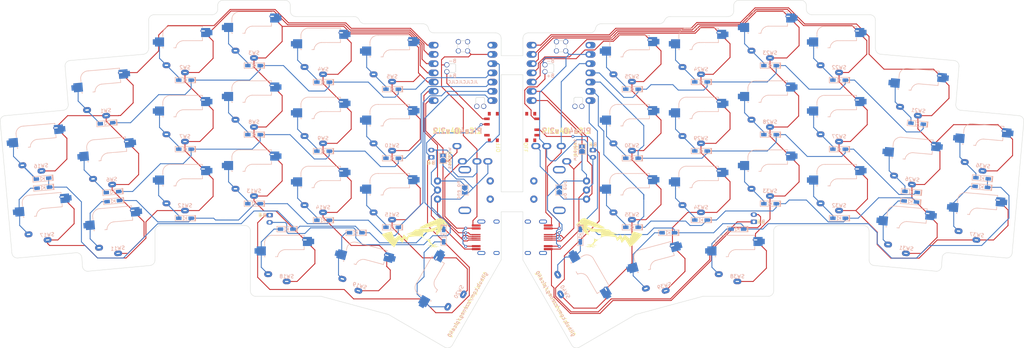
<source format=kicad_pcb>
(kicad_pcb (version 20240108) (generator "pcbnew") (generator_version "8.0")
  (layers (0 "F.Cu" signal) (31 "B.Cu" signal) (34 "B.Paste" user) (35 "F.Paste" user) (36 "B.SilkS" user "B.Silkscreen") (37 "F.SilkS" user "F.Silkscreen") (38 "B.Mask" user) (39 "F.Mask" user) (44 "Edge.Cuts" user))
  (net 0 "")
  (net 1 "BATT")
  (net 2 "GND")
  (net 3 "RAW")
  (net 4 "row0")
  (net 7 "Net-(D1-A)")
  (net 8 "Net-(D2-A)")
  (net 9 "Net-(D3-A)")
  (net 10 "row1")
  (net 11 "Net-(D4-A)")
  (net 12 "Net-(D5-A)")
  (net 13 "Net-(D6-A)")
  (net 14 "Net-(D7-A)")
  (net 15 "Net-(D8-A)")
  (net 16 "row2")
  (net 17 "Net-(D9-A)")
  (net 18 "Net-(D10-A)")
  (net 19 "Net-(D11-A)")
  (net 20 "Net-(D12-A)")
  (net 21 "Net-(D13-A)")
  (net 22 "row3")
  (net 23 "Net-(D14-A)")
  (net 24 "Net-(D15-A)")
  (net 25 "Net-(D16-A)")
  (net 26 "Net-(D17-A)")
  (net 27 "Net-(D18-A)")
  (net 28 "Net-(D19-A)")
  (net 29 "DATA")
  (net 31 "VCC")
  (net 33 "ENCB")
  (net 34 "ENCA")
  (net 35 "Net-(D20-A)")
  (net 36 "col0")
  (net 37 "col1")
  (net 38 "col2")
  (net 39 "col3")
  (net 40 "col4")
  (net 41 "Net-(D21-A)")
  (net 42 "Net-(D22-A)")
  (net 43 "Net-(D23-A)")
  (net 44 "Net-(D24-A)")
  (net 45 "Net-(D25-A)")
  (net 46 "Net-(D26-A)")
  (net 47 "BATT_r")
  (net 48 "RAW_r")
  (net 49 "row0_r")
  (net 50 "Net-(D27-A)")
  (net 51 "Net-(D28-A)")
  (net 52 "Net-(D29-A)")
  (net 53 "Net-(D30-A)")
  (net 54 "Net-(D31-A)")
  (net 55 "row1_r")
  (net 56 "Net-(D32-A)")
  (net 57 "Net-(D33-A)")
  (net 58 "Net-(D34-A)")
  (net 59 "Net-(D35-A)")
  (net 60 "Net-(D36-A)")
  (net 61 "row2_r")
  (net 62 "Net-(D37-A)")
  (net 63 "Net-(D38-A)")
  (net 64 "Net-(D39-A)")
  (net 65 "Net-(D40-A)")
  (net 66 "Net-(JP2-B)")
  (net 67 "row3_r")
  (net 68 "Net-(JP5-B)")
  (net 73 "ENCA_r")
  (net 75 "DATA_r")
  (net 76 "ENCB_r")
  (net 79 "col0_r")
  (net 80 "col1_r")
  (net 81 "col2_r")
  (net 82 "col3_r")
  (net 83 "col4_r")
  (net 84 "VDD")
  (net 92 "GNDA")
  (footprint "zzkeeb:Switch_MXChocV2-hotswap" (layer "F.Cu") (at 133.5 110.5)
    (property "Reference" "SW13")
    (property "Value" "SW_PUSH" (hide yes))
  )
  (footprint "zzkeeb:Switch_MXChocV2-hotswap" (layer "F.Cu") (at 237.5 117)
    (property "Reference" "SW35")
    (property "Value" "SW_PUSH" (hide yes))
  )
  (footprint "zzkeeb:Switch_MXChocV2-hotswap" (layer "F.Cu") (at 171.5 98)
    (property "Reference" "SW10")
    (property "Value" "SW_PUSH" (hide yes))
  )
  (footprint "zzkeeb:Connector_HRO-TYPE-C-31-M-12-data" (layer "F.Cu") (at 202.835 127.75 90)
    (property "Reference" "USB1" (hide yes))
    (property "Value" "HRO-TYPE-C-31-M-12" (hide yes))
  )
  (footprint "zzkeeb:Switch_MXChocV2-hotswap" (layer "F.Cu") (at 315.05 107.35 -5)
    (property "Reference" "SW26")
    (property "Value" "SW_PUSH" (hide yes))
  )
  (footprint "zzkeeb:Switch_MXChocV2-hotswap" (layer "F.Cu") (at 95.6 126.3 5)
    (property "Reference" "SW11")
    (property "Value" "SW_PUSH" (hide yes))
  )
  (footprint "zzkeeb:Hole_M2" (layer "F.Cu") (at 185.5 95.5)
    (property "Reference" "H6" (hide yes))
    (property "Value" "MountingHole" (hide yes))
  )
  (footprint "zzkeeb:Connector_JST-1x02-2.00mm" (layer "F.Cu") (at 271.05 123.5 90)
    (property "Reference" "BATTCONN4" (hide yes))
    (property "Value" "Conn_01x02_Female" (hide yes))
  )
  (footprint "zzkeeb:Switch_MXChocV2-hotswap" (layer "F.Cu") (at 294.5 95.5)
    (property "Reference" "SW27")
    (property "Value" "SW_PUSH" (hide yes))
  )
  (footprint "zzkeeb:Switch_MXChocV2-hotswap" (layer "F.Cu") (at 237.5 79)
    (property "Reference" "SW25")
    (property "Value" "SW_PUSH" (hide yes))
  )
  (footprint "zzkeeb:Hole_Breakaway-Tabs" (layer "F.Cu") (at 207.503124 118 90)
    (property "Reference" "BR4" (hide yes))
    (property "Value" "Breakaway" (hide yes))
  )
  (footprint "zzkeeb:Switch_MXChocV2-hotswap" (layer "F.Cu") (at 171.5 79)
    (property "Reference" "SW5")
    (property "Value" "SW_PUSH" (hide yes))
  )
  (footprint "zzkeeb:MCU_xiao-ble-tht" (layer "F.Cu") (at 191 82.5)
    (property "Reference" "U1" (hide yes))
    (property "Value" "xiao-ble" (hide yes))
    (fp_line (start -4.655408 -0.774208) (end -4.655408 -1.815608) (stroke (width 0.12)) (layer "Edge.Cuts"))
    (fp_line (start -3.969608 -2.501408) (end -2.369408 -2.501408) (stroke (width 0.12)) (layer "Edge.Cuts"))
    (fp_line (start -2.369408 -0.088408) (end -3.969608 -0.088408) (stroke (width 0.12)) (layer "Edge.Cuts"))
    (fp_line (start -1.988408 -2.120408) (end -1.988408 -0.469408) (stroke (width 0.12)) (layer "Edge.Cuts"))
    (fp_line (start -1.530247 -6.470047) (end -1.530247 -8.146447) (stroke (width 0.12)) (layer "Edge.Cuts"))
    (fp_line (start -0.844447 -8.832247) (end 0.831953 -8.832247) (stroke (width 0.12)) (layer "Edge.Cuts"))
    (fp_line (start -0.844447 -5.784247) (end 0.831953 -5.784247) (stroke (width 0.12)) (layer "Edge.Cuts"))
    (fp_line (start 1.517753 -6.470047) (end 1.517753 -8.146447) (stroke (width 0.12)) (layer "Edge.Cuts"))
    (fp_line (start 3.530592 8.732608) (end 3.530592 7.132408) (stroke (width 0.12)) (layer "Edge.Cuts"))
    (fp_line (start 3.911592 6.751408) (end 5.562592 6.751408) (stroke (width 0.12)) (layer "Edge.Cuts"))
    (fp_line (start 5.257792 9.418408) (end 4.216392 9.418408) (stroke (width 0.12)) (layer "Edge.Cuts"))
    (fp_line (start 5.943592 7.132408) (end 5.943592 8.732608) (stroke (width 0.12)) (layer "Edge.Cuts"))
    (fp_arc (start -4.655408 -0.774208) (mid -4.051799 -0.692017) (end -3.969608 -0.088408) (stroke (width 0.12)) (layer "Edge.Cuts"))
    (fp_arc (start -3.969608 -2.501408) (mid -4.051799 -1.897799) (end -4.655408 -1.815608) (stroke (width 0.12)) (layer "Edge.Cuts"))
    (fp_arc (start -2.369408 -2.501408) (mid -2.1 -2.389816) (end -1.988408 -2.120408) (stroke (width 0.12)) (layer "Edge.Cuts"))
    (fp_arc (start -1.988408 -0.469408) (mid -2.1 -0.2) (end -2.369408 -0.088408) (stroke (width 0.12)) (layer "Edge.Cuts"))
    (fp_arc (start -1.530247 -6.470047) (mid -0.926638 -6.387856) (end -0.844447 -5.784247) (stroke (width 0.12)) (layer "Edge.Cuts"))
    (fp_arc (start -0.844447 -8.832247) (mid -0.926638 -8.228638) (end -1.530247 -8.146447) (stroke (width 0.12)) (layer "Edge.Cuts"))
    (fp_arc (start 0.831953 -5.784247) (mid 0.914144 -6.387856) (end 1.517753 -6.470047) (stroke (width 0.12)) (layer "Edge.Cuts"))
    (fp_arc (start 1.517753 -8.146447) (mid 0.914141 -8.22864) (end 0.831953 -8.832247) (stroke (width 0.12)) (layer "Edge.Cuts"))
    (fp_arc (start 3.530592 7.132408) (mid 3.642181 6.862992) (end 3.911592 6.751408) (stroke (width 0.12)) (layer "Edge.Cuts"))
    (fp_arc (start 3.530592 8.732608) (mid 4.134204 8.814796) (end 4.216392 9.418408) (stroke (width 0.12)) (layer "Edge.Cuts"))
    (fp_arc (start 5.257792 9.418408) (mid 5.339979 8.814797) (end 5.943592 8.732608) (stroke (width 0.12)) (layer "Edge.Cuts"))
    (fp_arc (start 5.562592 6.751408) (mid 5.832002 6.862998) (end 5.943592 7.132408) (stroke (width 0.12)) (layer "Edge.Cuts"))
  )
  (footprint "zzkeeb:Switch_MXChocV2-hotswap" (layer "F.Cu") (at 334.5 103.6 -5)
    (property "Reference" "SW36")
    (property "Value" "SW_PUSH" (hide yes))
  )
  (footprint "zzkeeb:Switch_MXChocV2-hotswap" (layer "F.Cu") (at 266.5 134)
    (property "Reference" "SW38")
    (property "Value" "SW_PUSH" (hide yes))
  )
  (footprint "zzkeeb:Switch_MXChocV2-hotswap" (layer "F.Cu") (at 294.5 76.5)
    (property "Reference" "SW22")
    (property "Value" "SW_PUSH" (hide yes))
  )
  (footprint "zzkeeb:Switch_MXChocV2-hotswap" (layer "F.Cu") (at 275.5 110.5)
    (property "Reference" "SW33")
    (property "Value" "SW_PUSH" (hide yes))
  )
  (footprint "zzkeeb:Switch_MXChocV2-hotswap" (layer "F.Cu") (at 114.5 114.5)
    (property "Reference" "SW12")
    (property "Value" "SW_PUSH" (hide yes))
  )
  (footprint "zzkeeb:Switch_MXChocV2-hotswap" (layer "F.Cu") (at 171.5 117)
    (property "Reference" "SW15")
    (property "Value" "SW_PUSH" (hide yes))
  )
  (footprint "zzkeeb:Connector_JST-1x02-2.00mm" (layer "F.Cu") (at 137.8 121.65 -90)
    (property "Reference" "BATTCONN2" (hide yes))
    (property "Value" "Conn_01x02_Female" (hide yes))
  )
  (footprint "zzkeeb:Hole_Breakaway-Tabs" (layer "F.Cu") (at 201.703124 80.4 90)
    (property "Reference" "BR1" (hide yes))
    (property "Value" "Breakaway" (hide yes))
  )
  (footprint "zzkeeb:MCU_xiao-ble-tht" (layer "F.Cu") (at 218 82.5)
    (property "Reference" "U2" (hide yes))
    (property "Value" "xiao-ble" (hide yes))
    (fp_line (start -4.655408 -0.774208) (end -4.655408 -1.815608) (stroke (width 0.12)) (layer "Edge.Cuts"))
    (fp_line (start -3.969608 -2.501408) (end -2.369408 -2.501408) (stroke (width 0.12)) (layer "Edge.Cuts"))
    (fp_line (start -2.369408 -0.088408) (end -3.969608 -0.088408) (stroke (width 0.12)) (layer "Edge.Cuts"))
    (fp_line (start -1.988408 -2.120408) (end -1.988408 -0.469408) (stroke (width 0.12)) (layer "Edge.Cuts"))
    (fp_line (start -1.530247 -6.470047) (end -1.530247 -8.146447) (stroke (width 0.12)) (layer "Edge.Cuts"))
    (fp_line (start -0.844447 -8.832247) (end 0.831953 -8.832247) (stroke (width 0.12)) (layer "Edge.Cuts"))
    (fp_line (start -0.844447 -5.784247) (end 0.831953 -5.784247) (stroke (width 0.12)) (layer "Edge.Cuts"))
    (fp_line (start 1.517753 -6.470047) (end 1.517753 -8.146447) (stroke (width 0.12)) (layer "Edge.Cuts"))
    (fp_line (start 3.530592 8.732608) (end 3.530592 7.132408) (stroke (width 0.12)) (layer "Edge.Cuts"))
    (fp_line (start 3.911592 6.751408) (end 5.562592 6.751408) (stroke (width 0.12)) (layer "Edge.Cuts"))
    (fp_line (start 5.257792 9.418408) (end 4.216392 9.418408) (stroke (width 0.12)) (layer "Edge.Cuts"))
    (fp_line (start 5.943592 7.132408) (end 5.943592 8.732608) (stroke (width 0.12)) (layer "Edge.Cuts"))
    (fp_arc (start -4.655408 -0.774208) (mid -4.051799 -0.692017) (end -3.969608 -0.088408) (stroke (width 0.12)) (layer "Edge.Cuts"))
    (fp_arc (start -3.969608 -2.501408) (mid -4.051799 -1.897799) (end -4.655408 -1.815608) (stroke (width 0.12)) (layer "Edge.Cuts"))
    (fp_arc (start -2.369408 -2.501408) (mid -2.1 -2.389816) (end -1.988408 -2.120408) (stroke (width 0.12)) (layer "Edge.Cuts"))
    (fp_arc (start -1.988408 -0.469408) (mid -2.1 -0.2) (end -2.369408 -0.088408) (stroke (width 0.12)) (layer "Edge.Cuts"))
    (fp_arc (start -1.530247 -6.470047) (mid -0.926638 -6.387856) (end -0.844447 -5.784247) (stroke (width 0.12)) (layer "Edge.Cuts"))
    (fp_arc (start -0.844447 -8.832247) (mid -0.926638 -8.228638) (end -1.530247 -8.146447) (stroke (width 0.12)) (layer "Edge.Cuts"))
    (fp_arc (start 0.831953 -5.784247) (mid 0.914144 -6.387856) (end 1.517753 -6.470047) (stroke (width 0.12)) (layer "Edge.Cuts"))
    (fp_arc (start 1.517753 -8.146447) (mid 0.914141 -8.22864) (end 0.831953 -8.832247) (stroke (width 0.12)) (layer "Edge.Cuts"))
    (fp_arc (start 3.530592 7.132408) (mid 3.642181 6.862992) (end 3.911592 6.751408) (stroke (width 0.12)) (layer "Edge.Cuts"))
    (fp_arc (start 3.530592 8.732608) (mid 4.134204 8.814796) (end 4.216392 9.418408) (stroke (width 0.12)) (layer "Edge.Cuts"))
    (fp_arc (start 5.257792 9.418408) (mid 5.339979 8.814797) (end 5.943592 8.732608) (stroke (width 0.12)) (layer "Edge.Cuts"))
    (fp_arc (start 5.562592 6.751408) (mid 5.832002 6.862998) (end 5.943592 7.132408) (stroke (width 0.12)) (layer "Edge.Cuts"))
  )
  (footprint "zzkeeb:Logo_pica" (layer "F.Cu") (at 230.066157 126.495174)
    (property "Reference" "G***" (hide yes))
    (property "Value" "LOGO" (hide yes))
  )
  (footprint "zzkeeb:Hole_M2-spacer" (layer "F.Cu") (at 176.5 134.5)
    (property "Reference" "H2" (hide yes))
    (property "Value" "MountingHole" (hide yes))
  )
  (footprint "zzkeeb:Hole_Breakaway-Tabs" (layer "F.Cu") (at 207.303124 80.4 90)
    (property "Reference" "BR2" (hide yes))
    (property "Value" "Breakaway" (hide yes))
  )
  (footprint "zzkeeb:Switch_MXChocV2-hotswap" (layer "F.Cu") (at 237.5 98)
    (property "Reference" "SW30")
    (property "Value" "SW_PUSH" (hide yes))
  )
  (footprint "zzkeeb:Connector_JST-1x02-2.00mm" (layer "F.Cu") (at 226.75 103.75 -90)
    (property "Reference" "BATTCONN3" (hide yes))
    (property "Value" "Conn_01x02_Female" (hide yes))
  )
  (footprint "zzkeeb:Switch_MXChocV2-hotswap" (layer "F.Cu") (at 114.5 76.5)
    (property "Reference" "SW2")
    (property "Value" "SW_PUSH" (hide yes))
  )
  (footprint "zzkeeb:Switch_MXChocV2-hotswap" (layer "F.Cu") (at 245.25 136.75 15)
    (property "Reference" "SW39")
    (property "Value" "SW_PUSH" (hide yes))
  )
  (footprint "zzkeeb:Hole_M2-spacer" (layer "F.Cu") (at 84.25 112.25 5)
    (property "Reference" "H3" (hide yes))
    (property "Value" "MountingHole" (hide yes))
  )
  (footprint "zzkeeb:Switch_MXChocV2-hotswap" (layer "F.Cu") (at 275.5 91.5)
    (property "Reference" "SW28")
    (property "Value" "SW_PUSH" (hide yes))
  )
  (footprint "zzkeeb:Switch_SPDT-PCM12" (layer "F.Cu") (at 199.025 97.4 90)
    (property "Reference" "BATTSW1" (hide yes))
    (property "Value" "SW_SPDT" (hide yes))
  )
  (footprint "zzkeeb:Switch_MXChocV2-hotswap" (layer "F.Cu") (at 152.5 115)
    (property "Reference" "SW14")
    (property "Value" "SW_PUSH" (hide yes))
  )
  (footprint "zzkeeb:RotaryEncoder_EC11" (layer "F.Cu") (at 191.5 114.75)
    (property "Reference" "RE1" (hide yes))
    (property "Value" "RotaryEncoder_Switch" (hide yes))
  )
  (footprint "zzkeeb:Switch_MXChocV2-hotswap" (layer "F.Cu") (at 256.5 115)
    (property "Reference" "SW34")
    (property "Value" "SW_PUSH" (hide yes))
  )
  (footprint "zzkeeb:RotaryEncoder_EC11" (layer "F.Cu") (at 217.5 114.75 180)
    (property "Reference" "RE2" (hide yes))
    (property "Value" "RotaryEncoder_Switch" (hide yes))
  )
  (footprint "Jumper:SolderJumper-2_P1.3mm_Open_TrianglePad1.0x1.5mm" (layer "F.Cu") (at 223.75 103.5 90)
    (property "Reference" "JP6" (hide yes))
    (property "Value" "SolderJumper_2_Open" (hide yes))
  )
  (footprint "zzkeeb:Switch_MXChocV2-hotswap" (layer "F.Cu") (at 163.75 136.75 -15)
    (property "Reference" "SW19")
    (property "Value" "SW_PUSH" (hide yes))
  )
  (footprint "zzkeeb:Switch_MXChocV2-hotswap-1.5" (layer "F.Cu") (at 223 140.5 -60)
    (property "Reference" "SW40")
    (property "Value" "SW_PUSH" (hide yes))
  )
  (footprint "zzkeeb:Switch_MXChocV2-hotswap" (layer "F.Cu") (at 294.5 114.5)
    (property "Reference" "SW32")
    (property "Value" "SW_PUSH" (hide yes))
  )
  (footprint "zzkeeb:Switch_MXChocV2-hotswap" (layer "F.Cu") (at 152.5 77)
    (property "Reference" "SW4")
    (property "Value" "SW_PUSH" (hide yes))
  )
  (footprint "zzkeeb:Switch_MXChocV2-hotswap" (layer "F.Cu") (at 332.8 122.6 -5)
    (property "Reference" "SW37")
    (property "Value" "SW_PUSH" (hide yes))
  )
  (footprint "zzkeeb:Logo_pica-mirrored" (layer "F.Cu") (at 179 126.5)
    (property "Reference" "G***" (hide yes))
    (property "Value" "LOGO" (hide yes))
  )
  (footprint "zzkeeb:Switch_MXChocV2-hotswap" (layer "F.Cu") (at 74.5 103.6 5)
    (property "Reference" "SW16")
    (property "Value" "SW_PUSH" (hide yes))
  )
  (footprint "zzkeeb:Switch_MXChocV2-hotswap" (layer "F.Cu") (at 316.7 88.4 -5)
    (property "Reference" "SW21")
    (property "Value" "SW_PUSH" (hide yes))
  )
  (footprint "zzkeeb:Hole_Breakaway-Tabs" (layer "F.Cu") (at 201.5 118 90)
    (property "Reference" "BR3" (hide yes))
    (property "Value" "Breakaway" (hide yes))
  )
  (footprint "zzkeeb:Switch_MXChocV2-hotswap-1.5" (layer "F.Cu") (at 186 140.5 60)
    (property "Reference" "SW20")
    (property "Value" "SW_PUSH" (hide yes))
  )
  (footprint "zzkeeb:Connector_TRRS" (layer "F.Cu") (at 207.75 104.75 90)
    (property "Reference" "J2" (hide yes))
    (property "Value" "MJ-4PP-9" (hide yes))
  )
  (footprint "zzkeeb:Hole_M2-spacer" (layer "F.Cu") (at 163 88.5)
    (property "Reference" "H5" (hide yes))
    (property "Value" "MountingHole" (hide yes))
  )
  (footprint "zzkeeb:Switch_MXChocV2-hotswap" (layer "F.Cu") (at 275.5 72.5)
    (property "Reference" "SW23")
    (property "Value" "SW_PUSH" (hide yes))
  )
  (footprint "zzkeeb:Switch_MXChocV2-hotswap" (layer "F.Cu") (at 92.3 88.4 5)
    (property "Reference" "SW1")
    (property "Value" "SW_PUSH" (hide yes))
  )
  (footprint "zzkeeb:Switch_MXChocV2-hotswap" (layer "F.Cu") (at 256.5 77)
    (property "Reference" "SW24")
    (property "Value" "SW_PUSH" (hide yes))
  )
  (footprint "zzkeeb:Switch_MXChocV2-hotswap" (layer "F.Cu") (at 313.4 126.3 -5)
    (property "Reference" "SW31")
    (property "Value" "SW_PUSH" (hide yes))
  )
  (footprint "zzkeeb:Switch_MXChocV2-hotswap" (layer "F.Cu") (at 133.5 72.5)
    (property "Reference" "SW3")
    (property "Value" "SW_PUSH" (hide yes))
  )
  (footprint "zzkeeb:Connector_HRO-TYPE-C-31-M-12-data" (layer "F.Cu") (at 206.25 127.75 -90)
    (property "Reference" "USB2" (hide yes))
    (property "Value" "HRO-TYPE-C-31-M-12" (hide yes))
  )
  (footprint "zzkeeb:Switch_MXChocV2-hotswap" (layer "F.Cu") (at 133.5 91.5)
    (property "Reference" "SW8")
    (property "Value" "SW_PUSH" (hide yes))
  )
  (footprint "zzkeeb:Switch_MXChocV2-hotswap" (layer "F.Cu") (at 256.5 96)
    (property "Reference" "SW29")
    (property "Value" "SW_PUSH" (hide yes))
  )
  (footprint "zzkeeb:Hole_M2-spacer" (layer "F.Cu") (at 103.8 86)
    (property "Reference" "H1" (hide yes))
    (property "Value" "MountingHole" (hide yes))
  )
  (footprint "zzkeeb:Hole_M2" (layer "F.Cu") (at 194.25 95.5)
    (property "Reference" "H7" (hide yes))
    (property "Value" "MountingHole" (hide yes))
  )
  (footprint "zzkeeb:Switch_SPDT-PCM12" (layer "F.Cu") (at 209.975 97.4 -90)
    (property "Reference" "BATTSW2" (hide yes))
    (property "Value" "SW_SPDT" (hide yes))
  )
  (footprint "Jumper:SolderJumper-2_P1.3mm_Open_TrianglePad1.0x1.5mm" (layer "F.Cu") (at 185.5 106 90)
    (property "Reference" "JP3" (hide yes))
    (property "Value" "SolderJumper_2_Open" (hide yes))
  )
  (footprint "zzkeeb:Switch_MXChocV2-hotswap" (layer "F.Cu") (at 114.5 95.5)
    (property "Reference" "SW7")
    (property "Value" "SW_PUSH" (hide yes))
  )
  (footprint "zzkeeb:Switch_MXChocV2-hotswap" (layer "F.Cu") (at 76.2 122.6 5)
    (property "Reference" "SW17")
    (property "Value" "SW_PUSH" (hide yes))
  )
  (footprint "zzkeeb:Connector_TRRS" (layer "F.Cu") (at 201.15 104.75 -90)
    (property "Reference" "J1" (hide yes))
    (property "Value" "MJ-4PP-9" (hide yes))
  )
  (footprint "zzkeeb:Switch_MXChocV2-hotswap" (layer "F.Cu") (at 142.5 134)
    (property "Reference" "SW18")
    (property "Value" "SW_PUSH" (hide yes))
  )
  (footprint "zzkeeb:Connector_JST-1x02-2.00mm" (layer "F.Cu") (at 182.3 105.75 90)
    (property "Reference" "BATTCONN1" (hide yes))
    (property "Value" "Conn_01x02_Female" (hide yes))
  )
  (footprint "zzkeeb:Switch_MXChocV2-hotswap" (layer "F.Cu") (at 152.5 96)
    (property "Reference" "SW9")
    (property "Value" "SW_PUSH" (hide yes))
  )
  (footprint "zzkeeb:Switch_MXChocV2-hotswap" (layer "F.Cu") (at 93.95 107.35 5)
    (property "Reference" "SW6")
    (property "Value" "SW_PUSH" (hide yes))
  )
  (footprint "zzkeeb:Hole_M2-spacer" (layer "F.Cu") (at 125 120.5)
    (property "Reference" "H4" (hide yes))
    (property "Value" "MountingHole" (hide yes))
  )
  (footprint "Jumper:SolderJumper-2_P1.3mm_Open_TrianglePad1.0x1.5mm" (layer "B.Cu") (at 185.5 106 90)
    (property "Reference" "JP2" (hide yes))
    (property "Value" "SolderJumper_2_Open" (hide yes))
  )
  (footprint "zzkeeb:Diode_1N4148-SOD123-no-label" (layer "B.Cu") (at 152.5 123.0483 180)
    (property "Reference" "D14" (hide yes))
    (property "Value" "D_Small" (hide yes))
  )
  (footprint "zzkeeb:Diode_1N4148-SOD123-no-label" (layer "B.Cu") (at 114.5 103.5 180)
    (property "Reference" "D7" (hide yes))
    (property "Value" "D_Small" (hide yes))
  )
  (footprint "zzkeeb:Diode_1N4148-SOD123-no-label" (layer "B.Cu") (at 256.5 85 180)
    (property "Reference" "D24" (hide yes))
    (property "Value" "D_Small" (hide yes))
  )
  (footprint "zzkeeb:Diode_1N4148-SOD123-no-label" (layer "B.Cu") (at 333.627354 113.881399 175)
    (property "Reference" "D37" (hide yes))
    (property "Value" "D_Small" (hide yes))
  )
  (footprint "zzkeeb:Diode_1N4148-SOD123-no-label" (layer "B.Cu") (at 237.5 87 180)
    (property "Reference" "D25" (hide yes))
    (property "Value" "D_Small" (hide yes))
  )
  (footprint "zzkeeb:Diode_1N4148-SOD123-no-label" (layer "B.Cu") (at 275.5 80.5 180)
    (property "Reference" "D23" (hide yes))
    (property "Value" "D_Small" (hide yes))
  )
  (footprint "zzkeeb:Hole_M2-spacer" (layer "B.Cu") (at 232.5 134.5 180)
    (property "Reference" "H9" (hide yes))
    (property "Value" "MountingHole" (hide yes))
  )
  (footprint "zzkeeb:Hole_M2-spacer" (layer "B.Cu") (at 324.75 112.25 175)
    (property "Reference" "H10" (hide yes))
    (property "Value" "MountingHole" (hide yes))
  )
  (footprint "zzkeeb:Diode_1N4148-SOD123-no-label" (layer "B.Cu") (at 185.7 127.3 -90)
    (property "Reference" "D20" (hide yes))
    (property "Value" "D_Small" (hide yes))
  )
  (footprint "zzkeeb:Diode_1N4148-SOD123-no-label" (layer "B.Cu") (at 275.5 99.5 180)
    (property "Reference" "D28" (hide yes))
    (property "Value" "D_Small" (hide yes))
  )
  (footprint "zzkeeb:Diode_1N4148-SOD123-no-label" (layer "B.Cu") (at 247.5 126.5 180)
    (property "Reference" "D39" (hide yes))
    (property "Value" "D_Small" (hide yes))
  )
  (footprint "zzkeeb:Diode_1N4148-SOD123-no-label" (layer "B.Cu") (at 94.553205 115.297257 -175)
    (property "Reference" "D6" (hide yes))
    (property "Value" "D_Small" (hide yes))
  )
  (footprint "zzkeeb:Diode_1N4148-SOD123-no-label" (layer "B.Cu") (at 256.5 123 180)
    (property "Reference" "D34" (hide yes))
    (property "Value" "D_Small" (hide yes))
  )
  (footprint "zzkeeb:Diode_1N4148-SOD123-no-label" (layer "B.Cu") (at 256.5 104 180)
    (property "Reference" "D29" (hide yes))
    (property "Value" "D_Small" (hide yes))
  )
  (footprint "zzkeeb:Diode_1N4148-SOD123-no-label" (layer "B.Cu") (at 171.5 125 180)
    (property "Reference" "D15" (hide yes))
    (property "Value" "D_Small" (hide yes))
  )
  (footprint "zzkeeb:Diode_1N4148-SOD123-no-label" (layer "B.Cu") (at 237.5 125 180)
    (property "Reference" "D35" (hide yes))
    (property "Value" "D_Small" (hide yes))
  )
  (footprint "zzkeeb:Diode_1N4148-SOD123-no-label" (layer "B.Cu") (at 333.845243 111.5 175)
    (property "Reference" "D36" (hide yes))
    (property "Value" "D_Small" (hide yes))
  )
  (footprint "zzkeeb:Diode_1N4148-SOD123-no-label" (layer "B.Cu") (at 133.5 99.5 180)
    (property "Reference" "D8" (hide yes))
    (property "Value" "D_Small" (hide yes))
  )
  (footprint "Jumper:SolderJumper-2_P1.3mm_Open_TrianglePad1.0x1.5mm" (layer "B.Cu") (at 223.75 103.5 90)
    (property "Reference" "JP5" (hide yes))
    (property "Value" "SolderJumper_2_Open" (hide yes))
  )
  (footprint "zzkeeb:Diode_1N4148-SOD123-no-label" (layer "B.Cu") (at 75.5 114.1 -175)
    (property "Reference" "D17" (hide yes))
    (property "Value" "D_Small" (hide yes))
  )
  (footprint "zzkeeb:Diode_1N4148-SOD123-no-label" (layer "B.Cu") (at 314.317891 115.25 175)
    (property "Reference" "D26" (hide yes))
    (property "Value" "D_Small" (hide yes))
  )
  (footprint "zzkeeb:Diode_1N4148-SOD123-no-label" (layer "B.Cu") (at 171.5 106 180)
    (property "Reference" "D10" (hide yes))
    (property "Value" "D_Small" (hide yes))
  )
  (footprint "zzkeeb:Diode_1N4148-SOD123-no-label" (layer "B.Cu") (at 294.5 103.5 180)
    (property "Reference" "D27" (hide yes))
    (property "Value" "D_Small" (hide yes))
  )
  (footprint "zzkeeb:Diode_1N4148-SOD123-no-label" (layer "B.Cu") (at 133.5 80.5 180)
    (property "Reference" "D3" (hide yes))
    (property "Value" "D_Small" (hide yes))
  )
  (footprint "zzkeeb:Hole_M2-spacer" (layer "B.Cu") (at 305.2 86 175)
    (property "Reference" "H8" (hide yes))
    (property "Value" "MountingHole" (hide yes))
  )
  (footprint "zzkeeb:Diode_1N4148-SOD123-no-label" (layer "B.Cu") (at 133.5 118.5 180)
    (property "Reference" "D13" (hide yes))
    (property "Value" "D_Small" (hide yes))
  )
  (footprint "zzkeeb:Diode_1N4148-SOD123-no-label" (layer "B.Cu") (at 266.5 125.5 180)
    (property "Reference" "D38" (hide yes))
    (property "Value" "D_Small" (hide yes))
  )
  (footprint "zzkeeb:Diode_1N4148-SOD123-no-label" (layer "B.Cu") (at 152.5 85.0483 180)
    (property "Reference" "D4" (hide yes))
    (property "Value" "D_Small" (hide yes))
  )
  (footprint "Jumper:SolderJumper-2_P1.3mm_Open_TrianglePad1.0x1.5mm" (layer "B.Cu") (at 191.5 114.75 -90)
    (property "Reference" "JP1" (hide yes))
    (property "Value" "SolderJumper_2_Open" (hide yes))
  )
  (footprint "zzkeeb:Diode_1N4148-SOD123-no-label" (layer "B.Cu") (at 237.5 106 180)
    (property "Reference" "D30" (hide yes))
    (property "Value" "D_Small" (hide yes))
  )
  (footprint "zzkeeb:Hole_M2-spacer" (layer "B.Cu") (at 284 120.5 180)
    (property "Reference" "H11" (hide yes))
    (property "Value" "MountingHole" (hide yes))
  )
  (footprint "zzkeeb:Diode_1N4148-SOD123-no-label" (layer "B.Cu") (at 152.5 104.0483 180)
    (property "Reference" "D9" (hide yes))
    (property "Value" "D_Small" (hide yes))
  )
  (footprint "zzkeeb:Diode_1N4148-SOD123-no-label" (layer "B.Cu") (at 171.5 87 180)
    (property "Reference" "D5" (hide yes))
    (property "Value" "D_Small" (hide yes))
  )
  (footprint "zzkeeb:Hole_M2" (layer "B.Cu") (at 214.75 95.5 180)
    (property "Reference" "H14" (hide yes))
    (property "Value" "MountingHole" (hide yes))
  )
  (footprint "zzkeeb:Diode_1N4148-SOD123-no-label" (layer "B.Cu") (at 114.5 122.5 180)
    (property "Reference" "D12" (hide yes))
    (property "Value" "D_Small" (hide yes))
  )
  (footprint "zzkeeb:Diode_1N4148-SOD123-no-label" (layer "B.Cu") (at 94.771094 117.787743 -175)
    (property "Reference" "D11" (hide yes))
    (property "Value" "D_Small" (hide yes))
  )
  (footprint "zzkeeb:Diode_1N4148-SOD123-no-label" (layer "B.Cu") (at 92.897246 96.369557 -175)
    (property "Reference" "D1" (hide yes))
    (property "Value" "D_Small" (hide yes))
  )
  (footprint "zzkeeb:Diode_1N4148-SOD123-no-label" (layer "B.Cu") (at 294.5 84.5 180)
    (property "Reference" "D22" (hide yes))
    (property "Value" "D_Small" (hide yes))
  )
  (footprint "zzkeeb:Diode_1N4148-SOD123-no-label" (layer "B.Cu") (at 161.5 126.5 180)
    (property "Reference" "D19" (hide yes))
    (property "Value" "D_Small" (hide yes))
  )
  (footprint "zzkeeb:Diode_1N4148-SOD123-no-label" (layer "B.Cu") (at 223.3 127.3 -90)
    (property "Reference" "D40" (hide yes))
    (property "Value" "D_Small" (hide yes))
  )
  (footprint "zzkeeb:Diode_1N4148-SOD123-no-label" (layer "B.Cu") (at 314.1 117.890487 175)
    (property "Reference" "D31" (hide yes))
    (property "Value" "D_Small" (hide yes))
  )
  (footprint "zzkeeb:Diode_1N4148-SOD123-no-label" (layer "B.Cu") (at 315.97385 96.472301 175)
    (property "Reference" "D21" (hide yes))
    (property "Value" "D_Small" (hide yes))
  )
  (footprint "zzkeeb:Diode_1N4148-SOD123-no-label" (layer "B.Cu") (at 275.5 118.5 180)
    (property "Reference" "D33" (hide yes))
    (property "Value" "D_Small" (hide yes))
  )
  (footprint "zzkeeb:Diode_1N4148-SOD123-no-label" (layer "B.Cu") (at 142.5 125.5 180)
    (property "Reference" "D18" (hide yes))
    (property "Value" "D_Small" (hide yes))
  )
  (footprint "Jumper:SolderJumper-2_P1.3mm_Open_TrianglePad1.0x1.5mm" (layer "B.Cu") (at 217.5 114.75 90)
    (property "Reference" "JP4" (hide yes))
    (property "Value" "SolderJumper_2_Open" (hide yes))
  )
  (footprint "zzkeeb:Diode_1N4148-SOD123-no-label" (layer "B.Cu") (at 75.3 111.6 -175)
    (property "Reference" "D16" (hide yes))
    (property "Value" "D_Small" (hide yes))
  )
  (footprint "zzkeeb:Diode_1N4148-SOD123-no-label" (layer "B.Cu") (at 114.5 84.5 180)
    (property "Reference" "D2" (hide yes))
    (property "Value" "D_Small" (hide yes))
  )
  (footprint "zzkeeb:Hole_M2-spacer" (layer "B.Cu") (at 246 88.5 -165)
    (property "Reference" "H12" (hide yes))
    (property "Value" "MountingHole" (hide yes))
  )
  (footprint "zzkeeb:Diode_1N4148-SOD123-no-label" (layer "B.Cu") (at 294.5 122.5 180)
    (property "Reference" "D32" (hide yes))
    (property "Value" "D_Small" (hide yes))
  )
  (footprint "zzkeeb:Hole_M2" (layer "B.Cu") (at 223.5 95.5 180)
    (property "Reference" "H13" (hide yes))
    (property "Value" "MountingHole" (hide yes))
  )
  (gr_line (start 276.500002 142.5) (end 276.500002 126) (stroke (width 0.1)) (layer "Edge.Cuts"))
  (gr_line (start 123.5 64) (end 123.5 65) (stroke (width 0.1)) (layer "Edge.Cuts"))
  (gr_line (start 248 67) (end 264 67) (stroke (width 0.1)) (layer "Edge.Cuts"))
  (gr_line (start 207.5 134) (end 220.950962 157.450962) (stroke (width 0.1)) (layer "Edge.Cuts"))
  (gr_arc (start 246.5 68) (mid 245.901388 68.727082) (end 245 69) (stroke (width 0.1)) (layer "Edge.Cuts"))
  (gr_arc (start 161 67) (mid 161.901388 67.272918) (end 162.5 68) (stroke (width 0.1)) (layer "Edge.Cuts"))
  (gr_line (start 188.049038 157.450962) (end 201.5 134) (stroke (width 0.1)) (layer "Edge.Cuts"))
  (gr_line (start 201.5 77.75) (end 207.5 77.75) (stroke (width 0.1)) (layer "Edge.Cuts"))
  (gr_arc (start 301.250002 124.5) (mid 302.310662 124.93934) (end 302.750002 126) (stroke (width 0.1)) (layer "Edge.Cuts"))
  (gr_arc (start 265.5 65.5) (mid 265.06066 66.56066) (end 264 67) (stroke (width 0.1)) (layer "Edge.Cuts"))
  (gr_line (start 87.7 137.1) (end 105 135.499996) (stroke (width 0.1)) (layer "Edge.Cuts"))
  (gr_line (start 102.925797 77.400232) (end 82.863558 79.099769) (stroke (width 0.1)) (layer "Edge.Cuts"))
  (gr_line (start 201.5 83) (end 207.5 83) (stroke (width 0.1)) (layer "Edge.Cuts"))
  (gr_arc (start 180 69) (mid 180.976281 69.353463) (end 181.5 70.25) (stroke (width 0.1)) (layer "Edge.Cuts"))
  (gr_arc (start 304.000002 135.499996) (mid 303.103466 134.976279) (end 302.750002 134) (stroke (width 0.1)) (layer "Edge.Cuts"))
  (gr_arc (start 82.370412 91.174352) (mid 82.025194 92.269282) (end 81.006854 92.799377) (stroke (width 0.1)) (layer "Edge.Cuts"))
  (gr_line (start 207.5 120.75) (end 207.5 134) (stroke (width 0.1)) (layer "Edge.Cuts"))
  (gr_arc (start 327.993146 92.799377) (mid 326.974832 92.26926) (end 326.629588 91.174352) (stroke (width 0.1)) (layer "Edge.Cuts"))
  (gr_arc (start 322.874974 133.363557) (mid 323.405086 132.345216) (end 324.5 132) (stroke (width 0.1)) (layer "Edge.Cuts"))
  (gr_line (start 285.5 65) (end 285.5 64) (stroke (width 0.1)) (layer "Edge.Cuts"))
  (gr_line (start 200 71.5) (end 183 71.5) (stroke (width 0.1)) (layer "Edge.Cuts"))
  (gr_arc (start 207.5 73) (mid 207.93934 71.93934) (end 209 71.5) (stroke (width 0.1)) (layer "Edge.Cuts"))
  (gr_line (start 201.5 120.75) (end 207.5 120.75) (stroke (width 0.1)) (layer "Edge.Cuts"))
  (gr_arc (start 104.5 75.75) (mid 104.043335 76.890337) (end 102.925797 77.400232) (stroke (width 0.1)) (layer "Edge.Cuts"))
  (gr_arc (start 342.125022 132.081632) (mid 341.594915 133.099977) (end 340.5 133.445189) (stroke (width 0.1)) (layer "Edge.Cuts"))
  (gr_line (start 207.5 83) (end 207.5 115.25) (stroke (width 0.1)) (layer "Edge.Cuts"))
  (gr_line (start 142 62.5) (end 125 62.5) (stroke (width 0.1)) (layer "Edge.Cuts"))
  (gr_line (start 63.654775 95.9) (end 66.874978 132.081632) (stroke (width 0.1)) (layer "Edge.Cuts"))
  (gr_line (start 132.5 126) (end 132.5 142.5) (stroke (width 0.1)) (layer "Edge.Cuts"))
  (gr_arc (start 227.5 70.25) (mid 228.023719 69.353463) (end 229 69) (stroke (width 0.1)) (layer "Edge.Cuts"))
  (gr_line (start 152 144) (end 134 144) (stroke (width 0.1)) (layer "Edge.Cuts"))
  (gr_arc (start 200 71.5) (mid 201.06066 71.93934) (end 201.5 73) (stroke (width 0.1)) (layer "Edge.Cuts"))
  (gr_line (start 265.5 64) (end 265.5 65.5) (stroke (width 0.1)) (layer "Edge.Cuts"))
  (gr_line (start 164 69) (end 180 69) (stroke (width 0.1)) (layer "Edge.Cuts"))
  (gr_line (start 201.5 77.75) (end 201.5 73) (stroke (width 0.1)) (layer "Edge.Cuts"))
  (gr_line (start 324.5 132) (end 340.5 133.445189) (stroke (width 0.1)) (layer "Edge.Cuts"))
  (gr_line (start 278.000002 124.5) (end 301.250002 124.5) (stroke (width 0.1)) (layer "Edge.Cuts"))
  (gr_arc (start 306.074203 77.400232) (mid 304.956651 76.890323) (end 304.5 75.75) (stroke (width 0.1)) (layer "Edge.Cuts"))
  (gr_line (start 238.5 149) (end 223 158) (stroke (width 0.1)) (layer "Edge.Cuts"))
  (gr_line (start 143.5 65.5) (end 143.5 64) (stroke (width 0.1)) (layer "Edge.Cuts"))
  (gr_line (start 201.5 115.25) (end 207.5 115.25) (stroke (width 0.1)) (layer "Edge.Cuts"))
  (gr_arc (start 287 66.5) (mid 285.93934 66.06066) (end 285.5 65) (stroke (width 0.1)) (layer "Edge.Cuts"))
  (gr_arc (start 227.5 70.25) (mid 226.976281 71.146537) (end 226 71.5) (stroke (width 0.1)) (layer "Edge.Cuts"))
  (gr_line (start 343.981667 94.274974) (end 327.993146 92.799377) (stroke (width 0.1)) (layer "Edge.Cuts"))
  (gr_line (start 201.5 83) (end 201.5 115.25) (stroke (width 0.1)) (layer "Edge.Cuts"))
  (gr_arc (start 265.5 64) (mid 265.93934 62.93934) (end 267 62.5) (stroke (width 0.1)) (layer "Edge.Cuts"))
  (gr_arc (start 284 62.5) (mid 285.06066 62.93934) (end 285.5 64) (stroke (width 0.1)) (layer "Edge.Cuts"))
  (gr_arc (start 246.5 68) (mid 247.098612 67.272918) (end 248 67) (stroke (width 0.1)) (layer "Edge.Cuts"))
  (gr_arc (start 106.25 126) (mid 106.68934 124.93934) (end 107.75 124.5) (stroke (width 0.1)) (layer "Edge.Cuts"))
  (gr_line (start 106 66.5) (end 122 66.5) (stroke (width 0.1)) (layer "Edge.Cuts"))
  (gr_arc (start 87.7 137.1) (mid 86.757342 136.711331) (end 86.3 135.8) (stroke (width 0.1)) (layer "Edge.Cuts"))
  (gr_arc (start 142 62.5) (mid 143.06066 62.93934) (end 143.5 64) (stroke (width 0.1)) (layer "Edge.Cuts"))
  (gr_arc (start 81.5 80.724794) (mid 81.845241 79.629902) (end 82.863558 79.099769) (stroke (width 0.1)) (layer "Edge.Cuts"))
  (gr_arc (start 104.5 68) (mid 104.93934 66.93934) (end 106 66.5) (stroke (width 0.1)) (layer "Edge.Cuts"))
  (gr_arc (start 276.500002 142.5) (mid 276.060662 143.56066) (end 275.000002 144) (stroke (width 0.1)) (layer "Edge.Cuts"))
  (gr_arc (start 134 144) (mid 132.93934 143.56066) (end 132.5 142.5) (stroke (width 0.1)) (layer "Edge.Cuts"))
  (gr_line (start 81.006854 92.799377) (end 65.018333 94.274974) (stroke (width 0.1)) (layer "Edge.Cuts"))
  (gr_arc (start 276.500002 126) (mid 276.939342 124.93934) (end 278.000002 124.5) (stroke (width 0.1)) (layer "Edge.Cuts"))
  (gr_arc (start 131 124.5) (mid 132.06066 124.93934) (end 132.5 126) (stroke (width 0.1)) (layer "Edge.Cuts"))
  (gr_arc (start 303 66.5) (mid 304.06066 66.93934) (end 304.5 68) (stroke (width 0.1)) (layer "Edge.Cuts"))
  (gr_line (start 226 71.5) (end 209 71.5) (stroke (width 0.1)) (layer "Edge.Cuts"))
  (gr_line (start 257 144) (end 275.000002 144) (stroke (width 0.1)) (layer "Edge.Cuts"))
  (gr_line (start 106.25 126) (end 106.25 134) (stroke (width 0.1)) (layer "Edge.Cuts"))
  (gr_line (start 322.7 135.8) (end 322.874974 133.363557) (stroke (width 0.1)) (layer "Edge.Cuts"))
  (gr_line (start 81.5 80.724794) (end 82.370412 91.174352) (stroke (width 0.1)) (layer "Edge.Cuts"))
  (gr_arc (start 106.25 134) (mid 105.896536 134.976279) (end 105 135.499996) (stroke (width 0.1)) (layer "Edge.Cuts"))
  (gr_line (start 304.000002 135.499996) (end 321.3 137.1) (stroke (width 0.1)) (layer "Edge.Cuts"))
  (gr_line (start 201.5 120.75) (end 201.5 134) (stroke (width 0.1)) (layer "Edge.Cuts"))
  (gr_arc (start 145 67) (mid 143.93934 66.56066) (end 143.5 65.5) (stroke (width 0.1)) (layer "Edge.Cuts"))
  (gr_line (start 326.136442 79.099769) (end 306.074203 77.400232) (stroke (width 0.1)) (layer "Edge.Cuts"))
  (gr_line (start 107.75 124.5) (end 131 124.5) (stroke (width 0.1)) (layer "Edge.Cuts"))
  (gr_arc (start 183 71.5) (mid 182.023719 71.146537) (end 181.5 70.25) (stroke (width 0.1)) (layer "Edge.Cuts"))
  (gr_arc (start 188.049038 157.450962) (mid 187.13823 158.149869) (end 186 158) (stroke (width 0.1)) (layer "Edge.Cuts"))
  (gr_arc (start 84.5 132) (mid 85.594895 132.345238) (end 86.125026 133.363557) (stroke (width 0.1)) (layer "Edge.Cuts"))
  (gr_arc (start 123.5 65) (mid 123.06066 66.06066) (end 122 66.5) (stroke (width 0.1)) (layer "Edge.Cuts"))
  (gr_arc (start 223 158) (mid 221.861773 158.149855) (end 220.950962 157.450962) (stroke (width 0.1)) (layer "Edge.Cuts"))
  (gr_arc (start 123.5 64) (mid 123.93934 62.93934) (end 125 62.5) (stroke (width 0.1)) (layer "Edge.Cuts"))
  (gr_line (start 86.125026 133.363557) (end 86.3 135.8) (stroke (width 0.1)) (layer "Edge.Cuts"))
  (gr_line (start 238.5 149) (end 257 144) (stroke (width 0.1)) (layer "Edge.Cuts"))
  (gr_arc (start 68.5 133.445189) (mid 67.405073 133.099986) (end 66.874978 132.081632) (stroke (width 0.1)) (layer "Edge.Cuts"))
  (gr_line (start 68.5 133.445189) (end 84.5 132) (stroke (width 0.1)) (layer "Edge.Cuts"))
  (gr_line (start 342.125022 132.081632) (end 345.345225 95.9) (stroke (width 0.1)) (layer "Edge.Cuts"))
  (gr_line (start 145 67) (end 161 67) (stroke (width 0.1)) (layer "Edge.Cuts"))
  (gr_line (start 302.750002 134) (end 302.750002 126) (stroke (width 0.1)) (layer "Edge.Cuts"))
  (gr_line (start 287 66.5) (end 303 66.5) (stroke (width 0.1)) (layer "Edge.Cuts"))
  (gr_line (start 304.5 75.75) (end 304.5 68) (stroke (width 0.1)) (layer "Edge.Cuts"))
  (gr_line (start 207.5 73) (end 207.5 77.75) (stroke (width 0.1)) (layer "Edge.Cuts"))
  (gr_arc (start 63.654775 95.9) (mid 64.000012 94.805097) (end 65.018333 94.274974) (stroke (width 0.1)) (layer "Edge.Cuts"))
  (gr_line (start 186 158) (end 170.5 149) (stroke (width 0.1)) (layer "Edge.Cuts"))
  (gr_arc (start 164 69) (mid 163.098612 68.727082) (end 162.5 68) (stroke (width 0.1)) (layer "Edge.Cuts"))
  (gr_line (start 326.629588 91.174352) (end 327.5 80.724794) (stroke (width 0.1)) (layer "Edge.Cuts"))
  (gr_line (start 104.5 68) (end 104.5 75.75) (stroke (width 0.1)) (layer "Edge.Cuts"))
  (gr_arc (start 343.981667 94.274974) (mid 344.999993 94.805093) (end 345.345225 95.9) (stroke (width 0.1)) (layer "Edge.Cuts"))
  (gr_arc (start 326.136442 79.099769) (mid 327.154744 79.629885) (end 327.5 80.724794) (stroke (width 0.1)) (layer "Edge.Cuts"))
  (gr_line (start 284 62.5) (end 267 62.5) (stroke (width 0.1)) (layer "Edge.Cuts"))
  (gr_line (start 229 69) (end 245 69) (stroke (width 0.1)) (layer "Edge.Cuts"))
  (gr_line (start 152 144) (end 170.5 149) (stroke (width 0.1)) (layer "Edge.Cuts"))
  (gr_arc (start 322.7 135.8) (mid 322.242654 136.71133) (end 321.3 137.1) (stroke (width 0.1)) (layer "Edge.Cuts"))
  (gr_text "JLCJLCJLCJLC" (at 191 85 0) (layer "B.SilkS") (effects (font (size 0.8 0.8)) (justify mirror)))
  (gr_text "Pica40 v2.2" (at 189.5 98.5 0) (layer "B.SilkS") (effects (font (size 1.5 1.5) (thickness 0.3)) (justify mirror)))
  (gr_text "Pica40 v2.2" (at 219.5 98.5 0) (layer "B.SilkS") (effects (font (size 1.5 1.5) (thickness 0.3)) (justify mirror)))
  (gr_text "wireless" (at 187.25 106 90) (layer "B.SilkS") (effects (font (size 1 1)) (justify mirror)))
  (gr_text "no enc" (at 219.25 114.726948 270) (layer "B.SilkS") (effects (font (size 1 1)) (justify mirror)))
  (gr_text "github.com/zzeneg/pica40" (at 216.5 146 -60) (layer "B.SilkS") (effects (font (size 1 1)) (justify mirror)))
  (gr_text "github.com/zzeneg/pica40" (at 192.25 146.25 60) (layer "B.SilkS") (effects (font (size 1 1)) (justify mirror)))
  (gr_text "wireless" (at 222 103.75 270) (layer "B.SilkS") (effects (font (size 1 1)) (justify mirror)))
  (gr_text "no enc" (at 189.75 114.75 90) (layer "B.SilkS") (effects (font (size 1 1)) (justify mirror)))
  (gr_text "github.com/zzeneg/pica40" (at 192.25 146.25 60) (layer "F.SilkS") (effects (font (size 1 1))))
  (gr_text "wired" (at 222 103.5 -90) (layer "F.SilkS") (effects (font (size 1 1))))
  (gr_text "OFF" (at 200.75 103 90) (layer "F.SilkS") (effects (font (size 1 1))))
  (gr_text "wired" (at 187.25 106 90) (layer "F.SilkS") (effects (font (size 1 1))))
  (gr_text "github.com/zzeneg/pica40" (at 216.5 146 -60) (layer "F.SilkS") (effects (font (size 1 1))))
  (gr_text "Pica40 v2.2" (at 219.5 98.5 0) (layer "F.SilkS") (effects (font (size 1.5 1.5) (thickness 0.3))))
  (gr_text "OFF" (at 208.25 103 270) (layer "F.SilkS") (effects (font (size 1 1))))
  (gr_text "Pica40 v2.2" (at 189.5 98.5 0) (layer "F.SilkS") (effects (font (size 1.5 1.5) (thickness 0.3))))
  (segment (start 196 96.75) (end 196.1 96.65) (width 0.25) (layer "F.Cu") (net 1))
  (segment (start 179.7 144.7) (end 160.9 144.7) (width 0.25) (layer "F.Cu") (net 1))
  (segment (start 196.1 96.65) (end 197.595 96.65) (width 0.25) (layer "F.Cu") (net 1))
  (segment (start 137.85 142.1) (end 134.5 138.75) (width 0.25) (layer "F.Cu") (net 1))
  (segment (start 158.3 142.1) (end 137.85 142.1) (width 0.25) (layer "F.Cu") (net 1))
  (segment (start 182.3 105.75) (end 181.25 106.8) (width 0.25) (layer "F.Cu") (net 1))
  (segment (start 181.25 106.8) (end 181.25 124.5) (width 0.25) (layer "F.Cu") (net 1))
  (segment (start 134.5 123.75) (end 136.6 121.65) (width 0.25) (layer "F.Cu") (net 1))
  (segment (start 183.5 148.5) (end 179.7 144.7) (width 0.25) (layer "F.Cu") (net 1))
  (segment (start 160.9 144.7) (end 158.3 142.1) (width 0.25) (layer "F.Cu") (net 1))
  (segment (start 188 148.5) (end 183.5 148.5) (width 0.25) (layer "F.Cu") (net 1))
  (segment (start 134.5 138.75) (end 134.5 123.75) (width 0.25) (layer "F.Cu") (net 1))
  (segment (start 192.75 143.75) (end 188 148.5) (width 0.25) (layer "F.Cu") (net 1))
  (segment (start 192.75 136) (end 192.75 143.75) (width 0.25) (layer "F.Cu") (net 1))
  (segment (start 136.6 121.65) (end 137.8 121.65) (width 0.25) (layer "F.Cu") (net 1))
  (segment (start 181.25 124.5) (end 192.75 136) (width 0.25) (layer "F.Cu") (net 1))
  (via (at 196 96.75) (size 0.8) (drill 0.4) (layers "F.Cu" "B.Cu") (net 1))
  (segment (start 182.25 105.75) (end 182.3 105.75) (width 0.25) (layer "B.Cu") (net 1))
  (segment (start 183.75 99) (end 181 101.75) (width 0.25) (layer "B.Cu") (net 1))
  (segment (start 181 101.75) (end 181 104.5) (width 0.25) (layer "B.Cu") (net 1))
  (segment (start 196 96.75) (end 193.75 99) (width 0.25) (layer "B.Cu") (net 1))
  (segment (start 193.75 99) (end 183.75 99) (width 0.25) (layer "B.Cu") (net 1))
  (segment (start 181 104.5) (end 182.25 105.75) (width 0.25) (layer "B.Cu") (net 1))
  (segment (start 186.533 80.3) (end 186.555 80.278) (width 0.25) (layer "F.Cu") (net 2))
  (segment (start 182.3 116.45) (end 184 114.75) (width 0.25) (layer "F.Cu") (net 2))
  (segment (start 185.1 80.3) (end 186.533 80.3) (width 0.25) (layer "F.Cu") (net 2))
  (segment (start 193.735 131) (end 191.474695 131) (width 0.25) (layer "F.Cu") (net 2))
  (segment (start 192.27 76.468) (end 193.222 77.42) (width 0.25) (layer "F.Cu") (net 2))
  (segment (start 185.1 78.9) (end 185.1 86.3) (width 0.25) (layer "F.Cu") (net 2))
  (segment (start 192.542 78.1) (end 185.9 78.1) (width 0.25) (layer "F.Cu") (net 2))
  (segment (start 198.62 77.42) (end 193.222 77.42) (width 0.25) (layer "F.Cu") (net 2))
  (segment (start 191.1 99.760571) (end 194.85 103.510571) (width 0.25) (layer "F.Cu") (net 2))
  (segment (start 194.85 122.05) (end 194.85 106.85) (width 0.25) (layer "F.Cu") (net 2))
  (segment (start 193.735 123.165) (end 194.85 122.05) (width 0.25) (layer "F.Cu") (net 2))
  (segment (start 185.9 78.1) (end 185.1 78.9) (width 0.25) (layer "F.Cu") (net 2))
  (segment (start 193.735 124.5) (end 193.735 123.165) (width 0.25) (layer "F.Cu") (net 2))
  (segment (start 194.85 103.510571) (end 194.85 106.85) (width 0.25) (layer "F.Cu") (net 2))
  (segment (start 191.1 92.3) (end 191.1 99.760571) (width 0.25) (layer "F.Cu") (net 2))
  (segment (start 185.1 86.3) (end 191.1 92.3) (width 0.25) (layer "F.Cu") (net 2))
  (segment (start 182.3 121.825305) (end 182.3 116.45) (width 0.25) (layer "F.Cu") (net 2))
  (segment (start 191.474695 131) (end 182.3 121.825305) (width 0.25) (layer "F.Cu") (net 2))
  (segment (start 193.222 77.42) (end 192.542 78.1) (width 0.25) (layer "F.Cu") (net 2))
  (segment (start 194.85 109.95) (end 194.85 106.85) (width 0.25) (layer "B.Cu") (net 2))
  (segment (start 193.7 111.1) (end 194.85 109.95) (width 0.25) (layer "B.Cu") (net 2))
  (segment (start 180.218198 129.781802) (end 182.7 127.3) (width 0.25) (layer "B.Cu") (net 2))
  (segment (start 188.1 105.3) (end 188.1 109.5) (width 0.25) (layer "B.Cu") (net 2))
  (segment (start 161.5 125.7) (end 161.5 127.9) (width 0.25) (layer "B.Cu") (net 2))
  (segment (start 142.9 126.7) (end 147.5 126.7) (width 0.25) (layer "B.Cu") (net 2))
  (segment (start 186.55 103.75) (end 188.1 105.3) (width 0.25) (layer "B.Cu") (net 2))
  (segment (start 186.7 127.3) (end 187.5 126.5) (width 0.25) (layer "B.Cu") (net 2))
  (segment (start 182.3 119.413604) (end 182.3 116.45) (width 0.25) (layer "B.Cu") (net 2))
  (segment (start 142.5 126.3) (end 142.9 126.7) (width 0.25) (layer "B.Cu") (net 2))
  (segment (start 182.3 109.9) (end 182.3 113.05) (width 0.25) (layer "B.Cu") (net 2))
  (segment (start 142.1 123.65) (end 142.5 124.05) (width 0.25) (layer "B.Cu") (net 2))
  (segment (start 183.7 103.75) (end 183.7 108.5) (width 0.25) (layer "B.Cu") (net 2))
  (segment (start 188.1 109.5) (end 189.7 111.1) (width 0.25) (layer "B.Cu") (net 2))
  (segment (start 183.7 108.5) (end 182.3 109.9) (width 0.25) (layer "B.Cu") (net 2))
  (segment (start 182.7 127.3) (end 186.7 127.3) (width 0.25) (layer "B.Cu") (net 2))
  (segment (start 187.5 124.613604) (end 182.3 119.413604) (width 0.25) (layer "B.Cu") (net 2))
  (segment (start 137.8 123.65) (end 142.1 123.65) (width 0.25) (layer "B.Cu") (net 2))
  (segment (start 187.5 126.5) (end 187.5 124.613604) (width 0.25) (layer "B.Cu") (net 2))
  (segment (start 189.7 111.1) (end 193.7 111.1) (width 0.25) (layer "B.Cu") (net 2))
  (segment (start 182.3 103.75) (end 186.55 103.75) (width 0.25) (layer "B.Cu") (net 2))
  (segment (start 163.381802 129.781802) (end 180.218198 129.781802) (width 0.25) (layer "B.Cu") (net 2))
  (segment (start 182.3 116.45) (end 184 114.75) (width 0.25) (layer "B.Cu") (net 2))
  (segment (start 182.3 113.05) (end 184 114.75) (width 0.25) (layer "B.Cu") (net 2))
  (segment (start 147.5 126.7) (end 149.05 125.15) (width 0.25) (layer "B.Cu") (net 2))
  (segment (start 161.5 127.9) (end 163.381802 129.781802) (width 0.25) (layer "B.Cu") (net 2))
  (segment (start 160.95 125.15) (end 161.5 125.7) (width 0.25) (layer "B.Cu") (net 2))
  (segment (start 142.5 124.05) (end 142.5 126.3) (width 0.25) (layer "B.Cu") (net 2))
  (segment (start 149.05 125.15) (end 160.95 125.15) (width 0.25) (layer "B.Cu") (net 2))
  (segment (start 186.555 82.183) (end 186.555 85.355) (width 0.25) (layer "F.Cu") (net 3))
  (segment (start 196.35 95.15) (end 197.595 95.15) (width 0.25) (layer "F.Cu") (net 3))
  (segment (start 186.555 85.355) (end 196.35 95.15) (width 0.25) (layer "F.Cu") (net 3))
  (segment (start 181.185 83.815) (end 197.305 83.815) (width 0.25) (layer "B.Cu") (net 4))
  (segment (start 197.305 83.815) (end 198.62 82.5) (width 0.25) (layer "B.Cu") (net 4))
  (segment (start 107.25 88.5) (end 114.5 88.5) (width 0.25) (layer "B.Cu") (net 4))
  (segment (start 99.528608 96.221392) (end 107.25 88.5) (width 0.25) (layer "B.Cu") (net 4))
  (segment (start 141.6 80.5) (end 148.6 87.5) (width 0.25) (layer "B.Cu") (net 4))
  (segment (start 148.6 87.5) (end 153 87.5) (width 0.25) (layer "B.Cu") (net 4))
  (segment (start 172.3 89.2) (end 173.2 88.3) (width 0.25) (layer "B.Cu") (net 4))
  (segment (start 132.3 84.5) (end 135.2 81.6) (width 0.25) (layer "B.Cu") (net 4))
  (segment (start 164.9483 85.0483) (end 169.1 89.2) (width 0.25) (layer "B.Cu") (net 4))
  (segment (start 94.590777 96.221392) (end 99.528608 96.221392) (width 0.25) (layer "B.Cu") (net 4))
  (segment (start 153 87.5) (end 154.2 86.3) (width 0.25) (layer "B.Cu") (net 4))
  (segment (start 173.2 87) (end 178 87) (width 0.25) (layer "B.Cu") (net 4))
  (segment (start 116.2 86.8) (end 116.2 84.5) (width 0.25) (layer "B.Cu") (net 4))
  (segment (start 116.2 84.5) (end 132.3 84.5) (width 0.25) (layer "B.Cu") (net 4))
  (segment (start 178 87) (end 181.185 83.815) (width 0.25) (layer "B.Cu") (net 4))
  (segment (start 135.2 80.5) (end 141.6 80.5) (width 0.25) (layer "B.Cu") (net 4))
  (segment (start 173.2 88.3) (end 173.2 87) (width 0.25) (layer "B.Cu") (net 4))
  (segment (start 135.2 81.6) (end 135.2 80.5) (width 0.25) (layer "B.Cu") (net 4))
  (segment (start 154.2 86.3) (end 154.2 85.0483) (width 0.25) (layer "B.Cu") (net 4))
  (segment (start 169.1 89.2) (end 172.3 89.2) (width 0.25) (layer "B.Cu") (net 4))
  (segment (start 114.5 88.5) (end 116.2 86.8) (width 0.25) (layer "B.Cu") (net 4))
  (segment (start 154.2 85.0483) (end 164.9483 85.0483) (width 0.25) (layer "B.Cu") (net 4))
  (segment (start 87.559314 92.729654) (end 87.559314 92.873321) (width 0.25) (layer "B.Cu") (net 7))
  (segment (start 87.559314 92.873321) (end 91.203715 96.517722) (width 0.25) (layer "B.Cu") (net 7))
  (segment (start 85.108748 86.519603) (end 85.108748 90.279088) (width 0.25) (layer "B.Cu") (net 7))
  (segment (start 85.108748 90.279088) (end 87.559314 92.729654) (width 0.25) (layer "B.Cu") (net 7))
  (segment (start 109.4 80.4) (end 112.8 83.8) (width 0.25) (layer "B.Cu") (net 8))
  (segment (start 112.8 83.8) (end 112.8 84.5) (width 0.25) (layer "B.Cu") (net 8))
  (segment (start 107.5 74) (end 107.5 78.5) (width 0.25) (layer "B.Cu") (net 8))
  (segment (start 107.5 78.5) (end 109.4 80.4) (width 0.25) (layer "B.Cu") (net 8))
  (segment (start 126.5 74.5) (end 128.4 76.4) (width 0.25) (layer "B.Cu") (net 9))
  (segment (start 126.5 70) (end 126.5 74.5) (width 0.25) (layer "B.Cu") (net 9))
  (segment (start 128.4 76.4) (end 131.8 79.8) (width 0.25) (layer "B.Cu") (net 9))
  (segment (start 131.8 79.8) (end 131.8 80.5) (width 0.25) (layer "B.Cu") (net 9))
  (segment (start 164.0483 104.0483) (end 168.3 108.3) (width 0.25) (layer "B.Cu") (net 10))
  (segment (start 179.5 101.6) (end 179.5 88.3) (width 0.25) (layer "B.Cu") (net 10))
  (segment (start 173.2 107.4) (end 173.2 106) (width 0.25) (layer "B.Cu") (net 10))
  (segment (start 172.3 108.3) (end 173.2 107.4) (width 0.25) (layer "B.Cu") (net 10))
  (segment (start 107.75 107.5) (end 114 107.5) (width 0.25) (layer "B.Cu") (net 10))
  (segment (start 135.2 101.3) (end 135.2 99.5) (width 0.25) (layer "B.Cu") (net 10))
  (segment (start 175.1 106) (end 179.5 101.6) (width 0.25) (layer "B.Cu") (net 10))
  (segment (start 114 107.5) (end 116.2 105.3) (width 0.25) (layer "B.Cu") (net 10))
  (segment (start 168.3 108.3) (end 172.3 108.3) (width 0.25) (layer "B.Cu") (net 10))
  (segment (start 154.2 105.3) (end 154.2 104.0483) (width 0.25) (layer "B.Cu") (net 10))
  (segment (start 116.2 103.5) (end 133 103.5) (width 0.25) (layer "B.Cu") (net 10))
  (segment (start 133 103.5) (end 135.2 101.3) (width 0.25) (layer "B.Cu") (net 10))
  (segment (start 181.535 86.265) (end 197.395 86.265) (width 0.25) (layer "B.Cu") (net 10))
  (segment (start 135.2 99.5) (end 143.4 99.5) (width 0.25) (layer "B.Cu") (net 10))
  (segment (start 154.2 104.0483) (end 164.0483 104.0483) (width 0.25) (layer "B.Cu") (net 10))
  (segment (start 150.1 106.2) (end 153.3 106.2) (width 0.25) (layer "B.Cu") (net 10))
  (segment (start 143.4 99.5) (end 150.1 106.2) (width 0.25) (layer "B.Cu") (net 10))
  (segment (start 96.246736 115.149092) (end 100.100908 115.149092) (width 0.25) (layer "B.Cu") (net 10))
  (segment (start 100.100908 115.149092) (end 107.75 107.5) (width 0.25) (layer "B.Cu") (net 10))
  (segment (start 197.395 86.265) (end 198.62 85.04) (width 0.25) (layer "B.Cu") (net 10))
  (segment (start 179.5 88.3) (end 181.535 86.265) (width 0.25) (layer "B.Cu") (net 10))
  (segment (start 153.3 106.2) (end 154.2 105.3) (width 0.25) (layer "B.Cu") (net 10))
  (segment (start 173.2 106) (end 175.1 106) (width 0.25) (layer "B.Cu") (net 10))
  (segment (start 116.2 105.3) (end 116.2 103.5) (width 0.25) (layer "B.Cu") (net 10))
  (segment (start 145.5 74.5) (end 145.5 79) (width 0.25) (layer "B.Cu") (net 11))
  (segment (start 147.4 80.9) (end 150.8 84.3) (width 0.25) (layer "B.Cu") (net 11))
  (segment (start 145.5 79) (end 147.4 80.9) (width 0.25) (layer "B.Cu") (net 11))
  (segment (start 150.8 84.3) (end 150.8 85.0483) (width 0.25) (layer "B.Cu") (net 11))
  (segment (start 166.4 82.9) (end 169.8 86.3) (width 0.25) (layer "B.Cu") (net 12))
  (segment (start 164.5 76.5) (end 164.5 81) (width 0.25) (layer "B.Cu") (net 12))
  (segment (start 169.8 86.3) (end 169.8 87) (width 0.25) (layer "B.Cu") (net 12))
  (segment (start 164.5 81) (end 166.4 82.9) (width 0.25) (layer "B.Cu") (net 12))
  (segment (start 86.758748 109.229088) (end 89.209314 111.679654) (width 0.25) (layer "B.Cu") (net 13))
  (segment (start 86.758748 105.469603) (end 86.758748 109.229088) (width 0.25) (layer "B.Cu") (net 13))
  (segment (start 89.209314 111.679654) (end 89.209314 111.795062) (width 0.25) (layer "B.Cu") (net 13))
  (segment (start 89.209314 111.795062) (end 92.859674 115.445422) (width 0.25) (layer "B.Cu") (net 13))
  (segment (start 109.4 99.4) (end 112.8 102.8) (width 0.25) (layer "B.Cu") (net 14))
  (segment (start 112.8 102.8) (end 112.8 103.5) (width 0.25) (layer "B.Cu") (net 14))
  (segment (start 107.5 93) (end 107.5 97.5) (width 0.25) (layer "B.Cu") (net 14))
  (segment (start 107.5 97.5) (end 109.4 99.4) (width 0.25) (layer "B.Cu") (net 14))
  (segment (start 128.4 95.4) (end 131.8 98.8) (width 0.25) (layer "B.Cu") (net 15))
  (segment (start 126.5 93.5) (end 128.4 95.4) (width 0.25) (layer "B.Cu") (net 15))
  (segment (start 131.8 98.8) (end 131.8 99.5) (width 0.25) (layer "B.Cu") (net 15))
  (segment (start 126.5 89) (end 126.5 93.5) (width 0.25) (layer "B.Cu") (net 15))
  (segment (start 122.4 122.5) (end 122.9 123) (width 0.25) (layer "B.Cu") (net 16))
  (segment (start 142.7 118.5) (end 148.2 124) (width 0.25) (layer "B.Cu") (net 16))
  (segment (start 116.2 122.5) (end 122.4 122.5) (width 0.25) (layer "B.Cu") (net 16))
  (segment (start 181.908794 88.791206) (end 181.922588 88.805) (width 0.25) (layer "B.Cu") (net 16))
  (segment (start 154.2 123.0483) (end 164.9483 123.0483) (width 0.25) (layer "B.Cu") (net 16))
  (segment (start 153.75 124) (end 154.2 123.55) (width 0.25) (layer "B.Cu") (net 16))
  (segment (start 148.2 124) (end 153.75 124) (width 0.25) (layer "B.Cu") (net 16))
  (segment (start 135.2 118.5) (end 142.7 118.5) (width 0.25) (layer "B.Cu") (net 16))
  (segment (start 180 118.25) (end 180 90.7) (width 0.25) (layer "B.Cu") (net 16))
  (segment (start 107 123.5) (end 101.139578 117.639578) (width 0.25) (layer "B.Cu") (net 16))
  (segment (start 185.095 88.805) (end 186.3 87.6) (width 0.25) (layer "B.Cu") (net 16))
  (segment (start 173.2 126.4) (end 173.2 125) (width 0.25) (layer "B.Cu") (net 16))
  (segment (start 173.2 125) (end 173.25 125) (width 0.25) (layer "B.Cu") (net 16))
  (segment (start 116.2 122.5) (end 116.2 122.8) (width 0.25) (layer "B.Cu") (net 16))
  (segment (start 172.3 127.3) (end 173.2 126.4) (width 0.25) (layer "B.Cu") (net 16))
  (segment (start 115.5 123.5) (end 107 123.5) (width 0.25) (layer "B.Cu") (net 16))
  (segment (start 186.3 87.6) (end 198.6 87.6) (width 0.25) (layer "B.Cu") (net 16))
  (segment (start 122.9 123) (end 129.25 123) (width 0.25) (layer "B.Cu") (net 16))
  (segment (start 133.75 118.5) (end 135.2 118.5) (width 0.25) (layer "B.Cu") (net 16))
  (segment (start 129.25 123) (end 133.75 118.5) (width 0.25) (layer "B.Cu") (net 16))
  (segment (start 154.2 123.55) (end 154.2 123.0483) (width 0.25) (layer "B.Cu") (net 16))
  (segment (start 101.139578 117.639578) (end 96.464625 117.639578) (width 0.25) (layer "B.Cu") (net 16))
  (segment (start 116.2 122.8) (end 115.5 123.5) (width 0.25) (layer "B.Cu") (net 16))
  (segment (start 164.9483 123.0483) (end 169.2 127.3) (width 0.25) (layer "B.Cu") (net 16))
  (segment (start 173.25 125) (end 180 118.25) (width 0.25) (layer "B.Cu") (net 16))
  (segment (start 180 90.7) (end 181.908794 88.791206) (width 0.25) (layer "B.Cu") (net 16))
  (segment (start 198.6 87.6) (end 198.62 87.58) (width 0.25) (layer "B.Cu") (net 16))
  (segment (start 169.2 127.3) (end 172.3 127.3) (width 0.25) (layer "B.Cu") (net 16))
  (segment (start 181.922588 88.805) (end 185.095 88.805) (width 0.25) (layer "B.Cu") (net 16))
  (segment (start 145.5 98) (end 147.4 99.9) (width 0.25) (layer "B.Cu") (net 17))
  (segment (start 145.5 93.5) (end 145.5 98) (width 0.25) (layer "B.Cu") (net 17))
  (segment (start 150.8 103.3) (end 150.8 104.0483) (width 0.25) (layer "B.Cu") (net 17))
  (segment (start 147.4 99.9) (end 150.8 103.3) (width 0.25) (layer "B.Cu") (net 17))
  (segment (start 164.5 95.5) (end 164.5 100) (width 0.25) (layer "B.Cu") (net 18))
  (segment (start 166.4 101.9) (end 169.8 105.3) (width 0.25) (layer "B.Cu") (net 18))
  (segment (start 169.8 105.3) (end 169.8 106) (width 0.25) (layer "B.Cu") (net 18))
  (segment (start 164.5 100) (end 166.4 101.9) (width 0.25) (layer "B.Cu") (net 18))
  (segment (start 88.408748 121.091252) (end 91.564092 117.935908) (width 0.25) (layer "B.Cu") (net 19))
  (segment (start 91.564092 117.935908) (end 93.077563 117.935908) (width 0.25) (layer "B.Cu") (net 19))
  (segment (start 88.408748 124.419603) (end 88.408748 121.091252) (width 0.25) (layer "B.Cu") (net 19))
  (segment (start 88.408748 128.179088) (end 90.859314 130.629654) (width 0.25) (layer "B.Cu") (net 19))
  (segment (start 88.408748 124.419603) (end 88.408748 128.179088) (width 0.25) (layer "B.Cu") (net 19))
  (segment (start 112.8 121.8) (end 112.8 122.5) (width 0.25) (layer "B.Cu") (net 20))
  (segment (start 107.5 112) (end 107.25 112) (width 0.25) (layer "B.Cu") (net 20))
  (segment (start 107.25 112) (end 107.25 116.25) (width 0.25) (layer "B.Cu") (net 20))
  (segment (start 109.4 118.4) (end 112.8 121.8) (width 0.25) (layer "B.Cu") (net 20))
  (segment (start 107.25 116.25) (end 109.4 118.4) (width 0.25) (layer "B.Cu") (net 20))
  (segment (start 126.5 108) (end 126.5 112.5) (width 0.25) (layer "B.Cu") (net 21))
  (segment (start 126.5 112.5) (end 128.4 114.4) (width 0.25) (layer "B.Cu") (net 21))
  (segment (start 128.4 114.4) (end 131.8 117.8) (width 0.25) (layer "B.Cu") (net 21))
  (segment (start 131.8 117.8) (end 131.8 118.5) (width 0.25) (layer "B.Cu") (net 21))
  (segment (start 165.3 126.5) (end 163.2 126.5) (width 0.25) (layer "B.Cu") (net 22))
  (segment (start 76.993531 111.451835) (end 76.993531 113.751835) (width 0.25) (layer "B.Cu") (net 22))
  (segment (start 144.2 125.5) (end 144.2 124.7) (width 0.25) (layer "B.Cu") (net 22))
  (segment (start 145.3 125.5) (end 146.1 124.7) (width 0.25) (layer "B.Cu") (net 22))
  (segment (start 185.7 125.6) (end 181.8 125.6) (width 0.25) (layer "B.Cu") (net 22))
  (segment (start 76.993531 113.751835) (end 77.193531 113.951835) (width 0.25) (layer "B.Cu") (net 22))
  (segment (start 133.5 120.5) (end 130 124) (width 0.25) (layer "B.Cu") (net 22))
  (segment (start 161.4 124.7) (end 163.2 126.5) (width 0.25) (layer "B.Cu") (net 22))
  (segment (start 180.5 95) (end 180.5 118.25) (width 0.25) (layer "B.Cu") (net 22))
  (segment (start 86 129) (end 86 118) (width 0.25) (layer "B.Cu") (net 22))
  (segment (start 90.45 133.45) (end 86 129) (width 0.25) (layer "B.Cu") (net 22))
  (segment (start 86 118) (end 81.951835 113.951835) (width 0.25) (layer "B.Cu") (net 22))
  (segment (start 144.2 124.7) (end 140 120.5) (width 0.25) (layer "B.Cu") (net 22))
  (segment (start 168.05 129.25) (end 165.3 126.5) (width 0.25) (layer "B.Cu") (net 22))
  (segment (start 185.7 123.45) (end 185.7 125.6) (width 0.25) (layer "B.Cu") (net 22))
  (segment (start 186.9 88.6) (end 180.5 95) (width 0.25) (layer "B.Cu") (net 22))
  (segment (start 146.1 124.7) (end 161.4 124.7) (width 0.25) (layer "B.Cu") (net 22))
  (segment (start 140 120.5) (end 133.5 120.5) (width 0.25) (layer "B.Cu") (net 22))
  (segment (start 144.2 125.5) (end 145.3 125.5) (width 0.25) (layer "B.Cu") (net 22))
  (segment (start 178.15 129.25) (end 168.05 129.25) (width 0.25) (layer "B.Cu") (net 22))
  (segment (start 107 124) (end 97.55 133.45) (width 0.25) (layer "B.Cu") (net 22))
  (segment (start 130 124) (end 107 124) (width 0.25) (layer "B.Cu") (net 22))
  (segment (start 97.55 133.45) (end 90.45 133.45) (width 0.25) (layer "B.Cu") (net 22))
  (segment (start 181.8 125.6) (end 178.15 129.25) (width 0.25) (layer "B.Cu") (net 22))
  (segment (start 198.62 90.12) (end 197.1 88.6) (width 0.25) (layer "B.Cu") (net 22))
  (segment (start 81.951835 113.951835) (end 77.193531 113.951835) (width 0.25) (layer "B.Cu") (net 22))
  (segment (start 197.1 88.6) (end 186.9 88.6) (width 0.25) (layer "B.Cu") (net 22))
  (segment (start 180.5 118.25) (end 185.7 123.45) (width 0.25) (layer "B.Cu") (net 22))
  (segment (start 150.8 122.3) (end 150.8 123.0483) (width 0.25) (layer "B.Cu") (net 23))
  (segment (start 147.4 118.9) (end 150.8 122.3) (width 0.25) (layer "B.Cu") (net 23))
  (segment (start 145.5 117) (end 147.4 118.9) (width 0.25) (layer "B.Cu") (net 23))
  (segment (start 145.5 112.5) (end 145.5 117) (width 0.25) (layer "B.Cu") (net 23))
  (segment (start 169.8 124.3) (end 169.8 125) (width 0.25) (layer "B.Cu") (net 24))
  (segment (start 166.4 120.9) (end 169.8 124.3) (width 0.25) (layer "B.Cu") (net 24))
  (segment (start 164.5 119) (end 166.4 120.9) (width 0.25) (layer "B.Cu") (net 24))
  (segment (start 164.5 114.5) (end 164.5 119) (width 0.25) (layer "B.Cu") (net 24))
  (segment (start 67.308748 105.479088) (end 69.759314 107.929654) (width 0.25) (layer "B.Cu") (net 25))
  (segment (start 69.759314 107.929654) (end 69.787958 107.929654) (width 0.25) (layer "B.Cu") (net 25))
  (segment (start 69.787958 107.929654) (end 73.606469 111.748165) (width 0.25) (layer "B.Cu") (net 25))
  (segment (start 69.759314 108.00101) (end 73.506469 111.748165) (width 0.25) (layer "B.Cu") (net 25))
  (segment (start 69.759314 107.929654) (end 69.759314 108.00101) (width 0.25) (layer "B.Cu") (net 25))
  (segment (start 67.308748 101.719603) (end 67.308748 105.479088) (width 0.25) (layer "B.Cu") (net 25))
  (segment (start 68.875 117.375) (end 72.001835 114.248165) (width 0.25) (layer "B.Cu") (net 26))
  (segment (start 69.008748 120.719603) (end 68.875 120.585855) (width 0.25) (layer "B.Cu") (net 26))
  (segment (start 68.875 120.585855) (end 68.875 117.375) (width 0.25) (layer "B.Cu") (net 26))
  (segment (start 72.001835 114.248165) (end 73.806469 114.248165) (width 0.25) (layer "B.Cu") (net 26))
  (segment (start 69.008748 120.719603) (end 69.008748 124.479088) (width 0.25) (layer "B.Cu") (net 26))
  (segment (start 69.008748 124.479088) (end 71.459314 126.929654) (width 0.25) (layer "B.Cu") (net 26))
  (segment (start 135.5 136) (end 137.4 137.9) (width 0.25) (layer "B.Cu") (net 27))
  (segment (start 135.5 131.5) (end 135.5 129) (width 0.25) (layer "B.Cu") (net 27))
  (segment (start 135.5 129) (end 139 125.5) (width 0.25) (layer "B.Cu") (net 27))
  (segment (start 139 125.5) (end 140.8 125.5) (width 0.25) (layer "B.Cu") (net 27))
  (segment (start 135.5 131.5) (end 135.5 136) (width 0.25) (layer "B.Cu") (net 27))
  (segment (start 157.634204 132.523452) (end 156.75 133.407656) (width 0.25) (layer "B.Cu") (net 28))
  (segment (start 157.635567 127.614433) (end 158.75 126.5) (width 0.25) (layer "B.Cu") (net 28))
  (segment (start 157.635567 132.523452) (end 157.635567 127.614433) (width 0.25) (layer "B.Cu") (net 28))
  (segment (start 157.635567 132.523452) (end 157.634204 132.523452) (width 0.25) (layer "B.Cu") (net 28))
  (segment (start 156.75 138.13275) (end 157.814384 139.197134) (width 0.25) (layer "B.Cu") (net 28))
  (segment (start 156.75 133.407656) (end 156.75 138.13275) (width 0.25) (layer "B.Cu") (net 28))
  (segment (start 158.75 126.5) (end 159.8 126.5) (width 0.25) (layer "B.Cu") (net 28))
  (segment (start 191.75 128) (end 193.735 128) (width 0.25) (layer "F.Cu") (net 29))
  (segment (start 185.5 122.25) (end 185.5 106.725) (width 0.25) (layer "F.Cu") (net 29))
  (segment (start 189.75 126.5) (end 185.5 122.25) (width 0.25) (layer "F.Cu") (net 29))
  (segment (start 189.35 104.4) (end 189.35 102.65) (width 0.25) (layer "F.Cu") (net 29))
  (segment (start 194.7 128) (end 193.305 128) (width 0.25) (layer "F.Cu") (net 29))
  (segment (start 185.525 106.75) (end 187 106.75) (width 0.25) (layer "F.Cu") (net 29))
  (segment (start 192.5 126.5) (end 193 127) (width 0.25) (layer "F.Cu") (net 29))
  (segment (start 185.5 106.725) (end 185.525 106.75) (width 0.25) (layer "F.Cu") (net 29))
  (segment (start 191.75 126.5) (end 192.5 126.5) (width 0.25) (layer "F.Cu") (net 29))
  (segment (start 187 106.75) (end 189.35 104.4) (width 0.25) (layer "F.Cu") (net 29))
  (segment (start 193 127) (end 193.735 127) (width 0.25) (layer "F.Cu") (net 29))
  (segment (start 191.75 126.5) (end 189.75 126.5) (width 0.25) (layer "F.Cu") (net 29))
  (via (at 191.75 126.5) (size 0.8) (drill 0.4) (layers "F.Cu" "B.Cu") (net 29))
  (via (at 191.75 128) (size 0.8) (drill 0.4) (layers "F.Cu" "B.Cu") (net 29))
  (segment (start 191.75 126.5) (end 191.75 128) (width 0.25) (layer "B.Cu") (net 29))
  (segment (start 186 122) (end 186 111.5) (width 0.25) (layer "F.Cu") (net 31))
  (segment (start 193.685 125.25) (end 193.735 125.3) (width 0.25) (layer "F.Cu") (net 31))
  (segment (start 191.75 125.25) (end 189.25 125.25) (width 0.25) (layer "F.Cu") (net 31))
  (segment (start 190.65 106.85) (end 190.85 106.85) (width 0.25) (layer "F.Cu") (net 31))
  (segment (start 191.75 130.25) (end 191.8 130.2) (width 0.25) (layer "F.Cu") (net 31))
  (segment (start 189.25 125.25) (end 186 122) (width 0.25) (layer "F.Cu") (net 31))
  (segment (start 191.75 125.25) (end 193.685 125.25) (width 0.25) (layer "F.Cu") (net 31))
  (segment (start 191.8 130.2) (end 193.735 130.2) (width 0.25) (layer "F.Cu") (net 31))
  (segment (start 186 111.5) (end 190.65 106.85) (width 0.25) (layer "F.Cu") (net 31))
  (via (at 191.75 125.25) (size 0.8) (drill 0.4) (layers "F.Cu" "B.Cu") (net 31))
  (via (at 191.75 130.25) (size 0.8) (drill 0.4) (layers "F.Cu" "B.Cu") (net 31))
  (segment (start 192.15 106.85) (end 190.85 106.85) (width 0.25) (layer "B.Cu") (net 31))
  (segment (start 198.62 79.96) (end 200.71 79.96) (width 0.25) (layer "B.Cu") (net 31))
  (segment (start 201 99.5) (end 199 101.5) (width 0.25) (layer "B.Cu") (net 31))
  (segment (start 191 126) (end 191.75 125.25) (width 0.25) (layer "B.Cu") (net 31))
  (segment (start 191 129.5) (end 191 126) (width 0.25) (layer "B.Cu") (net 31))
  (segment (start 191.75 130.25) (end 191 129.5) (width 0.25) (layer "B.Cu") (net 31))
  (segment (start 201 80.25) (end 201 99.5) (width 0.25) (layer "B.Cu") (net 31))
  (segment (start 199 101.5) (end 197.5 101.5) (width 0.25) (layer "B.Cu") (net 31))
  (segment (start 197.5 101.5) (end 192.15 106.85) (width 0.25) (layer "B.Cu") (net 31))
  (segment (start 200.71 79.96) (end 201 80.25) (width 0.25) (layer "B.Cu") (net 31))
  (segment (start 192.5 128.5) (end 193.735 128.5) (width 0.25) (layer "F.Cu") (net 33))
  (segment (start 192.512653 127.5) (end 192.262653 127.25) (width 0.25) (layer "F.Cu") (net 33))
  (segment (start 190.5 128) (end 184 121.5) (width 0.25) (layer "F.Cu") (net 33))
  (segment (start 184 121.5) (end 184 117.25) (width 0.25) (layer "F.Cu") (net 33))
  (segment (start 192.25 128.75) (end 192.5 128.5) (width 0.25) (layer "F.Cu") (net 33))
  (segment (start 191.25 128.75) (end 192.25 128.75) (width 0.25) (layer "F.Cu") (net 33))
  (segment (start 192.262653 127.25) (end 191.25 127.25) (width 0.25) (layer "F.Cu") (net 33))
  (segment (start 190.5 128) (end 191.25 128.75) (width 0.25) (layer "F.Cu") (net 33))
  (segment (start 193.735 127.5) (end 192.512653 127.5) (width 0.25) (layer "F.Cu") (net 33))
  (segment (start 191.25 127.25) (end 190.5 128) (width 0.25) (layer "F.Cu") (net 33))
  (segment (start 191.25 111.75) (end 193.75 114.25) (width 0.25) (layer "B.Cu") (net 33))
  (segment (start 189.25 111.75) (end 191.25 111.75) (width 0.25) (layer "B.Cu") (net 33))
  (segment (start 192.525 115.475) (end 191.5 115.475) (width 0.25) (layer "B.Cu") (net 33))
  (segment (start 191.5 116) (end 191.5 115.475) (width 0.25) (layer "B.Cu") (net 33))
  (segment (start 197.85 106.85) (end 197.85 110.15) (width 0.25) (layer "B.Cu") (net 33))
  (segment (start 194.25 113.75) (end 192.525 115.475) (width 0.25) (layer "B.Cu") (net 33))
  (segment (start 185.5 106.725) (end 185.5 108) (width 0.25) (layer "B.Cu") (net 33))
  (segment (start 184 117.25) (end 190.25 117.25) (width 0.25) (layer "B.Cu") (net 33))
  (segment (start 197.85 110.15) (end 194.25 113.75) (width 0.25) (layer "B.Cu") (net 33))
  (segment (start 190.25 117.25) (end 191.5 116) (width 0.25) (layer "B.Cu") (net 33))
  (segment (start 185.5 108) (end 189.25 111.75) (width 0.25) (layer "B.Cu") (net 33))
  (segment (start 184 112.25) (end 184 102.386396) (width 0.25) (layer "F.Cu") (net 34))
  (segment (start 184 102.386396) (end 183.806802 102.193198) (width 0.25) (layer "F.Cu") (net 34))
  (segment (start 183.806802 102.193198) (end 180.25 98.636396) (width 0.25) (layer "F.Cu") (net 34))
  (segment (start 181.42 87.58) (end 183.38 87.58) (width 0.25) (layer "F.Cu") (net 34))
  (segment (start 180.25 88.75) (end 181.42 87.58) (width 0.25) (layer "F.Cu") (net 34))
  (segment (start 180.25 98.636396) (end 180.25 88.75) (width 0.25) (layer "F.Cu") (net 34))
  (segment (start 191.5 113.5) (end 191.5 114.025) (width 0.25) (layer "B.Cu") (net 34))
  (segment (start 184 112.25) (end 190.25 112.25) (width 0.25) (layer "B.Cu") (net 34))
  (segment (start 190.25 112.25) (end 191.5 113.5) (width 0.25) (layer "B.Cu") (net 34))
  (segment (start 181.889488 146.86673) (end 186.827499 146.86673) (width 0.25) (layer "B.Cu") (net 35))
  (segment (start 180.334936 145.312178) (end 181.889488 146.86673) (width 0.25) (layer "B.Cu") (net 35))
  (segment (start 185.7 129) (end 183.2 129) (width 0.25) (layer "B.Cu") (net 35))
  (segment (start 183.2 129) (end 180.3 131.9) (width 0.25) (layer "B.Cu") (net 35))
  (segment (start 178.4 143.377242) (end 180.334936 145.312178) (width 0.25) (layer "B.Cu") (net 35))
  (segment (start 180.3 131.9) (end 180.3 138.6) (width 0.25) (layer "B.Cu") (net 35))
  (segment (start 178.4 140.5) (end 178.4 143.377242) (width 0.25) (layer "B.Cu") (net 35))
  (segment (start 180.3 138.6) (end 178.4 140.5) (width 0.25) (layer "B.Cu") (net 35))
  (segment (start 99 113.25) (end 98.977549 113.227549) (width 0.25) (layer "F.Cu") (net 36))
  (segment (start 98.822451 132.177549) (end 96.114219 132.177549) (width 0.25) (layer "F.Cu") (net 36))
  (segment (start 143 68.75) (end 158.761396 68.75) (width 0.25) (layer "F.Cu") (net 36))
  (segment (start 126.95 65.05) (end 139.3 65.05) (width 0.25) (layer "F.Cu") (net 36))
  (segment (start 82.222451 94.277549) (end 92.814219 94.277549) (width 0.25) (layer "F.Cu") (net 36))
  (segment (start 100.25 90.75) (end 96.75 94.25) (width 0.25) (layer "F.Cu") (net 36))
  (segment (start 100.25 85.888082) (end 100.25 90.75) (width 0.25) (layer "F.Cu") (net 36))
  (segment (start 100.097259 120.335341) (end 100.097259 120.347259) (width 0.25) (layer "F.Cu") (net 36))
  (segment (start 160.261396 70.25) (end 176.584493 70.25) (width 0.25) (layer "F.Cu") (net 36))
  (segment (start 82 106.25) (end 82 100.5) (width 0.25) (layer "F.Cu") (net 36))
  (segment (start 122.5 69.5) (end 126.95 65.05) (width 0.25) (layer "F.Cu") (net 36))
  (segment (start 107.261698 72.084998) (end 109.846696 69.5) (width 0.25) (layer "F.Cu") (net 36))
  (segment (start 101.314659 82.435341) (end 107.261698 76.488302) (width 0.25) (layer "F.Cu") (net 36))
  (segment (start 92.814219 94.277549) (end 92.814219 95.752301) (width 0.25) (layer "F.Cu") (net 36))
  (segment (start 158.761396 68.75) (end 160.261396 70.25) (width 0.25) (layer "F.Cu") (net 36))
  (segment (start 103.25 127.75) (end 98.822451 132.177549) (width 0.25) (layer "F.Cu") (net 36))
  (segment (start 75.014219 109.477549) (end 78.772451 109.477549) (width 0.25) (layer "F.Cu") (net 36))
  (segment (start 101.75 104.688082) (end 101.75 110.5) (width 0.25) (layer "F.Cu") (net 36))
  (segment (start 82 100.5) (end 81.625 100.125) (width 0.25) (layer "F.Cu") (net 36))
  (segment (start 78.997259 97.635341) (end 79.135341 97.635341) (width 0.25) (layer "F.Cu") (net 36))
  (segment (start 107.261698 76.488302) (end 107.261698 72.084998) (width 0.25) (layer "F.Cu") (net 36))
  (segment (start 100.097259 120.347259) (end 103.25 123.5) (width 0.25) (layer "F.Cu") (net 36))
  (segment (start 176.584493 70.25) (end 181.214493 74.88) (width 0.25) (layer "F.Cu") (net 36))
  (segment (start 98.447259 101.385341) (end 101.75 104.688082) (width 0.25) (layer "F.Cu") (net 36))
  (segment (start 94.464219 113.227549) (end 94.464219 114.702301) (width 0.25) (layer "F.Cu") (net 36))
  (segment (start 92.814219 95.752301) (end 98.447259 101.385341) (width 0.25) (layer "F.Cu") (net 36))
  (segment (start 78.997259 97.635341) (end 78.997259 97.502741) (width 0.25) (layer "F.Cu") (net 36))
  (segment (start 96.797259 82.435341) (end 100.25 85.888082) (width 0.25) (layer "F.Cu") (net 36))
  (segment (start 96.25 94.25) (end 96.222451 94.277549) (width 0.25) (layer "F.Cu") (net 36))
  (segment (start 181.214493 74.88) (end 183.38 74.88) (width 0.25) (layer "F.Cu") (net 36))
  (segment (start 94.464219 114.702301) (end 100.097259 120.335341) (width 0.25) (layer "F.Cu") (net 36))
  (segment (start 78.772451 109.477549) (end 82 106.25) (width 0.25) (layer "F.Cu") (net 36))
  (segment (start 96.75 94.25) (end 96.25 94.25) (width 0.25) (layer "F.Cu") (net 36))
  (segment (start 109.846696 69.5) (end 122.5 69.5) (width 0.25) (layer "F.Cu") (net 36))
  (segment (start 139.3 65.05) (end 143 68.75) (width 0.25) (layer "F.Cu") (net 36))
  (segment (start 96.797259 82.435341) (end 101.314659 82.435341) (width 0.25) (layer "F.Cu") (net 36))
  (segment (start 98.977549 113.227549) (end 94.464219 113.227549) (width 0.25) (layer "F.Cu") (net 36))
  (segment (start 103.25 123.5) (end 103.25 127.75) (width 0.25) (layer "F.Cu") (net 36))
  (segment (start 78.997259 97.502741) (end 82.222451 94.277549) (width 0.25) (layer "F.Cu") (net 36))
  (segment (start 101.75 110.5) (end 99 113.25) (width 0.25) (layer "F.Cu") (net 36))
  (segment (start 79.135341 97.635341) (end 81.625 100.125) (width 0.25) (layer "F.Cu") (net 36))
  (segment (start 96.222451 94.277549) (end 92.814219 94.277549) (width 0.25) (layer "F.Cu") (net 36))
  (segment (start 176.448096 70.75) (end 180.25 74.551904) (width 0.25) (layer "F.Cu") (net 37))
  (segment (start 114.5 103.95) (end 119.5 108.95) (width 0.25) (layer "F.Cu") (net 37))
  (segment (start 80.697259 116.635341) (end 84 119.938082) (width 0.25) (layer "F.Cu") (net 37))
  (segment (start 122.25 111.75) (end 122.25 116.5) (width 0.25) (layer "F.Cu") (net 37))
  (segment (start 114.5 82.4) (end 114.5 84.95) (width 0.25) (layer "F.Cu") (net 37))
  (segment (start 119.5 70.95) (end 119.5 71) (width 0.25) (layer "F.Cu") (net 37))
  (segment (start 122.25 78.5) (end 118.35 82.4) (width 0.25) (layer "F.Cu") (net 37))
  (segment (start 119.5 109) (end 122.25 111.75) (width 0.25) (layer "F.Cu") (net 37))
  (segment (start 122.25 116.5) (end 118.35 120.4) (width 0.25) (layer "F.Cu") (net 37))
  (segment (start 122.25 92.75) (end 122.25 97.75) (width 0.25) (layer "F.Cu") (net 37))
  (segment (start 87 130) (end 90.45 133.45) (width 0.25) (layer "F.Cu") (net 37))
  (segment (start 77.25 130) (end 87 130) (width 0.25) (layer "F.Cu") (net 37))
  (segment (start 114.5 84.95) (end 119.5 89.95) (width 0.25) (layer "F.Cu") (net 37))
  (segment (start 181.42 77.42) (end 183.38 77.42) (width 0.25) (layer "F.Cu") (net 37))
  (segment (start 103.75 128) (end 103.75 123.5) (width 0.25) (layer "F.Cu") (net 37))
  (segment (start 127.136396 65.5) (end 139 65.5) (width 0.25) (layer "F.Cu") (net 37))
  (segment (start 79.522451 128.477549) (end 84 124) (width 0.25) (layer "F.Cu") (net 37))
  (segment (start 90.45 133.45) (end 98.3 133.45) (width 0.25) (layer "F.Cu") (net 37))
  (segment (start 180.25 74.551904) (end 180.25 76.25) (width 0.25) (layer "F.Cu") (net 37))
  (segment (start 119.5 108.95) (end 119.5 109) (width 0.25) (layer "F.Cu") (net 37))
  (segment (start 106.85 120.4) (end 114.5 120.4) (width 0.25) (layer "F.Cu") (net 37))
  (segment (start 118.35 120.4) (end 114.5 120.4) (width 0.25) (layer "F.Cu") (net 37))
  (segment (start 160 70.75) (end 176.448096 70.75) (width 0.25) (layer "F.Cu") (net 37))
  (segment (start 118.35 82.4) (end 114.5 82.4) (width 0.25) (layer "F.Cu") (net 37))
  (segment (start 114.5 101.4) (end 114.5 103.95) (width 0.25) (layer "F.Cu") (net 37))
  (segment (start 84 119.938082) (end 84 120) (width 0.25) (layer "F.Cu") (net 37))
  (segment (start 121.686396 70.95) (end 127.136396 65.5) (width 0.25) (layer "F.Cu") (net 37))
  (segment (start 76.714219 128.477549) (end 76.714219 129.464219) (width 0.25) (layer "F.Cu") (net 37))
  (segment (start 119.5 71) (end 122.25 73.75) (width 0.25) (layer "F.Cu") (net 37))
  (segment (start 76.714219 128.477549) (end 79.522451 128.477549) (width 0.25) (layer "F.Cu") (net 37))
  (segment (start 122.25 73.75) (end 122.25 78.5) (width 0.25) (layer "F.Cu") (net 37))
  (segment (start 139 65.5) (end 142.75 69.25) (width 0.25) (layer "F.Cu") (net 37))
  (segment (start 118.6 101.4) (end 114.5 101.4) (width 0.25) (layer "F.Cu") (net 37))
  (segment (start 119.5 90) (end 122.25 92.75) (width 0.25) (layer "F.Cu") (net 37))
  (segment (start 119.5 70.95) (end 121.686396 70.95) (width 0.25) (layer "F.Cu") (net 37))
  (segment (start 158.5 69.25) (end 160 70.75) (width 0.25) (layer "F.Cu") (net 37))
  (segment (start 84 120) (end 84 124) (width 0.25) (layer "F.Cu") (net 37))
  (segment (start 180.25 76.25) (end 181.42 77.42) (width 0.25) (layer "F.Cu") (net 37))
  (segment (start 122.25 97.75) (end 118.6 101.4) (width 0.25) (layer "F.Cu") (net 37))
  (segment (start 119.5 89.95) (end 119.5 90) (width 0.25) (layer "F.Cu") (net 37))
  (segment (start 142.75 69.25) (end 158.5 69.25) (width 0.25) (layer "F.Cu") (net 37))
  (segment (start 103.75 123.5) (end 106.85 120.4) (width 0.25) (layer "F.Cu") (net 37))
  (segment (start 98.3 133.45) (end 103.75 128) (width 0.25) (layer "F.Cu") (net 37))
  (segment (start 76.714219 129.464219) (end 77.25 130) (width 0.25) (layer "F.Cu") (net 37))
  (segment (start 141.25 69.7) (end 138.5 66.95) (width 0.25) (layer "F.Cu") (net 38))
  (segment (start 136.85 97.4) (end 133.5 97.4) (width 0.25) (layer "F.Cu") (net 38))
  (segment (start 136.25 120.5) (end 139.5 120.5) (width 0.25) (layer "F.Cu") (net 38))
  (segment (start 133.5 99.95) (end 138.5 104.95) (width 0.25) (layer "F.Cu") (net 38))
  (segment (start 136.706246 78.4) (end 141.25 73.856247) (width 0.25) (layer "F.Cu") (net 38))
  (segment (start 158.2 69.7) (end 141.25 69.7) (width 0.25) (layer "F.Cu") (net 38))
  (segment (start 179.75 74.6883) (end 176.3117 71.25) (width 0.25) (layer "F.Cu") (net 38))
  (segment (start 141.25 93) (end 136.85 97.4) (width 0.25) (layer "F.Cu") (net 38))
  (segment (start 180.96 79.96) (end 179.75 78.75) (width 0.25) (layer "F.Cu") (net 38))
  (segment (start 141.25 112.25) (end 137.1 116.4) (width 0.25) (layer "F.Cu") (net 38))
  (segment (start 159.75 71.25) (end 158.2 69.7) (width 0.25) (layer "F.Cu") (net 38))
  (segment (start 141.25 107.7) (end 141.25 112.25) (width 0.25) (layer "F.Cu") (net 38))
  (segment (start 141.25 70) (end 141.25 69.7) (width 0.25) (layer "F.Cu") (net 38))
  (segment (start 147.45 128.45) (end 147.5 128.45) (width 0.25) (layer "F.Cu") (net 38))
  (segment (start 179.75 78.75) (end 179.75 74.6883) (width 0.25) (layer "F.Cu") (net 38))
  (segment (start 183.38 79.96) (end 180.96 79.96) (width 0.25) (layer "F.Cu") (net 38))
  (segment (start 137.1 116.4) (end 133.5 116.4) (width 0.25) (layer "F.Cu") (net 38))
  (segment (start 133.5 80.95) (end 138.5 85.95) (width 0.25) (layer "F.Cu") (net 38))
  (segment (start 141.25 73.856247) (end 141.25 70) (width 0.25) (layer "F.Cu") (net 38))
  (segment (start 133.5 97.4) (end 133.5 99.95) (width 0.25) (layer "F.Cu") (net 38))
  (segment (start 147.5 128.5) (end 150.25 131.25) (width 0.25) (layer "F.Cu") (net 38))
  (segment (start 150.25 135) (end 145.35 139.9) (width 0.25) (layer "F.Cu") (net 38))
  (segment (start 133.5 117.75) (end 136.25 120.5) (width 0.25) (layer "F.Cu") (net 38))
  (segment (start 141.25 88.75) (end 141.25 93) (width 0.25) (layer "F.Cu") (net 38))
  (segment (start 176.3117 71.25) (end 159.75 71.25) (width 0.25) (layer "F.Cu") (net 38))
  (segment (start 138.5 85.95) (end 138.5 86) (width 0.25) (layer "F.Cu") (net 38))
  (segment (start 147.5 128.45) (end 147.5 128.5) (width 0.25) (layer "F.Cu") (net 38))
  (segment (start 133.5 116.4) (end 133.5 117.75) (width 0.25) (layer "F.Cu") (net 38))
  (segment (start 150.25 131.25) (end 150.25 135) (width 0.25) (layer "F.Cu") (net 38))
  (segment (start 133.5 78.4) (end 133.5 80.95) (width 0.25) (layer "F.Cu") (net 38))
  (segment (start 145.35 139.9) (end 142.5 139.9) (width 0.25) (layer "F.Cu") (net 38))
  (segment (start 138.5 86) (end 141.25 88.75) (width 0.25) (layer "F.Cu") (net 38))
  (segment (start 139.5 120.5) (end 147.45 128.45) (width 0.25) (layer "F.Cu") (net 38))
  (segment (start 133.5 78.4) (end 136.706246 78.4) (width 0.25) (layer "F.Cu") (net 38))
  (segment (start 138.5 104.95) (end 141.25 107.7) (width 0.25) (layer "F.Cu") (net 38))
  (segment (start 156.35 101.9) (end 160.25 98) (width 0.25) (layer "F.Cu") (net 39))
  (segment (start 179.25 74.824696) (end 179.25 80.486396) (width 0.25) (layer "F.Cu") (net 39))
  (segment (start 157.5 90.5) (end 157.5 90.45) (width 0.25) (layer "F.Cu") (net 39))
  (segment (start 181.263604 82.5) (end 183.38 82.5) (width 0.25) (layer "F.Cu") (net 39))
  (segment (start 157.5 109.5) (end 160.25 112.25) (width 0.25) (layer "F.Cu") (net 39))
  (segment (start 170.016075 135.733925) (end 170.016075 132.683207) (width 0.25) (layer "F.Cu") (net 39))
  (segment (start 160.25 117) (end 156.35 120.9) (width 0.25) (layer "F.Cu") (net 39))
  (segment (start 152.5 104.45) (end 157.5 109.45) (width 0.25) (layer "F.Cu") (net 39))
  (segment (start 157.5 109.45) (end 157.5 109.5) (width 0.25) (layer "F.Cu") (net 39))
  (segment (start 157.5 71.5) (end 160.25 74.25) (width 0.25) (layer "F.Cu") (net 39))
  (segment (start 160.25 130) (end 152.5 122.25) (width 0.25) (layer "F.Cu") (net 39))
  (segment (start 152.5 101.9) (end 152.5 104.45) (width 0.25) (layer "F.Cu") (net 39))
  (segment (start 157.5 71.45) (end 157.5 71.5) (width 0.25) (layer "F.Cu") (net 39))
  (segment (start 156.6 82.9) (end 152.5 82.9) (width 0.25) (layer "F.Cu") (net 39))
  (segment (start 160.25 98) (end 160.25 93.25) (width 0.25) (layer "F.Cu") (net 39))
  (segment (start 176.175304 71.75) (end 179.25 74.824696) (width 0.25) (layer "F.Cu") (net 39))
  (segment (start 170.016075 132.683207) (end 170.016075 132.016075) (width 0.25) (layer "F.Cu") (net 39))
  (segment (start 170.016075 132.016075) (end 168 130) (width 0.25) (layer "F.Cu") (net 39))
  (segment (start 171 139.25) (end 171 136.75) (width 0.25) (layer "F.Cu") (net 39))
  (segment (start 160.25 74.25) (end 160.25 79.25) (width 0.25) (layer "F.Cu") (net 39))
  (segment (start 159.2 71.45) (end 159.5 71.75) (width 0.25) (layer "F.Cu") (net 39))
  (segment (start 179.25 80.486396) (end 181.263604 82.5) (width 0.25) (layer "F.Cu") (net 39))
  (segment (start 167.801038 142.448962) (end 171 139.25) (width 0.25) (layer "F.Cu") (net 39))
  (segment (start 168 130) (end 160.25 130) (width 0.25) (layer "F.Cu") (net 39))
  (segment (start 156.35 120.9) (end 152.5 120.9) (width 0.25) (layer "F.Cu") (net 39))
  (segment (start 171 136.75) (end 170 135.75) (width 0.25) (layer "F.Cu") (net 39))
  (segment (start 152.5 101.9) (end 156.35 101.9) (width 0.25) (layer "F.Cu") (net 39))
  (segment (start 152.5 122.25) (end 152.5 120.9) (width 0.25) (layer "F.Cu") (net 39))
  (segment (start 162.222968 142.448962) (end 167.801038 142.448962) (width 0.25) (layer "F.Cu") (net 39))
  (segment (start 160.25 93.25) (end 157.5 90.5) (width 0.25) (layer "F.Cu") (net 39))
  (segment (start 157.5 71.45) (end 159.2 71.45) (width 0.25) (layer "F.Cu") (net 39))
  (segment (start 152.5 82.9) (end 152.5 85.45) (width 0.25) (layer "F.Cu") (net 39))
  (segment (start 170 135.75) (end 170.016075 135.733925) (width 0.25) (layer "F.Cu") (net 39))
  (segment (start 160.25 79.25) (end 156.6 82.9) (width 0.25) (layer "F.Cu") (net 39))
  (segment (start 152.5 85.45) (end 157.5 90.45) (width 0.25) (layer "F.Cu") (net 39))
  (segment (start 160.25 112.25) (end 160.25 117) (width 0.25) (layer "F.Cu") (net 39))
  (segment (start 159.5 71.75) (end 176.175304 71.75) (width 0.25) (layer "F.Cu") (net 39))
  (segment (start 178.75 75.5) (end 178.75 82.5) (width 0.25) (layer "F.Cu") (net 40))
  (segment (start 175.35 122.9) (end 179.25 119) (width 0.25) (layer "F.Cu") (net 40))
  (segment (start 171.5 122.9) (end 175.35 122.9) (width 0.25) (layer "F.Cu") (net 40))
  (segment (start 176.7 73.45) (end 178.75 75.5) (width 0.25) (layer "F.Cu") (net 40))
  (segment (start 183.693559 133.394873) (end 179.894873 133.394873) (width 0.25) (layer "F.Cu") (net 40))
  (segment (start 171.5 103.9) (end 171.5 106.45) (width 0.25) (layer "F.Cu") (net 40))
  (segment (start 176.5 111.5) (end 176.5 111.45) (width 0.25) (layer "F.Cu") (net 40))
  (segment (start 179.894873 133.394873) (end 171.5 125) (width 0.25) (layer "F.Cu") (net 40))
  (segment (start 189.144873 133.394873) (end 183.693559 133.394873) (width 0.25) (layer "F.Cu") (net 40))
  (segment (start 181.29 85.04) (end 183.38 85.04) (width 0.25) (layer "F.Cu") (net 40))
  (segment (start 179.25 100.75) (end 179.25 95.25) (width 0.25) (layer "F.Cu") (net 40))
  (segment (start 171.5 87.45) (end 176.5 92.45) (width 0.25) (layer "F.Cu") (net 40))
  (segment (start 179.25 95.25) (end 176.5 92.5) (width 0.25) (layer "F.Cu") (net 40))
  (segment (start 171.5 125) (end 171.5 122.9) (width 0.25) (layer "F.Cu") (net 40))
  (segment (start 176.5 92.5) (end 176.5 92.45) (width 0.25) (layer "F.Cu") (net 40))
  (segment (start 179.25 83) (end 181.29 85.04) (width 0.25) (layer "F.Cu") (net 40))
  (segment (start 171.5 84.9) (end 171.5 87.45) (width 0.25) (layer "F.Cu") (net 40))
  (segment (start 177.35 84.9) (end 179.25 83) (width 0.25) (layer "F.Cu") (net 40))
  (segment (start 178.75 82.5) (end 179.25 83) (width 0.25) (layer "F.Cu") (net 40))
  (segment (start 179.25 114.25) (end 176.5 111.5) (width 0.25) (layer "F.Cu") (net 40))
  (segment (start 171.5 84.9) (end 177.35 84.9) (width 0.25) (layer "F.Cu") (net 40))
  (segment (start 171.5 103.9) (end 176.1 103.9) (width 0.25) (layer "F.Cu") (net 40))
  (segment (start 191.10955 143.45) (end 192.2 142.35955) (width 0.25) (layer "F.Cu") (net 40))
  (segment (start 176.1 103.9) (end 179.25 100.75) (width 0.25) (layer "F.Cu") (net 40))
  (segment (start 192.2 142.35955) (end 192.2 136.45) (width 0.25) (layer "F.Cu") (net 40))
  (segment (start 192.2 136.45) (end 189.144873 133.394873) (width 0.25) (layer "F.Cu") (net 40))
  (segment (start 176.5 73.45) (end 176.7 73.45) (width 0.25) (layer "F.Cu") (net 40))
  (segment (start 171.5 106.45) (end 176.5 111.45) (width 0.25) (layer "F.Cu") (net 40))
  (segment (start 179.25 119) (end 179.25 114.25) (width 0.25) (layer "F.Cu") (net 40))
  (segment (start 309.944526 90.505691) (end 311.2795 91.840665) (width 0.25) (layer "B.Cu") (net 41))
  (segment (start 309.944526 85.299423) (end 309.944526 90.505691) (width 0.25) (layer "B.Cu") (net 41))
  (segment (start 314.280319 96.324136) (end 314.280319 94.841484) (width 0.25) (layer "B.Cu") (net 41))
  (segment (start 314.280319 94.841484) (end 311.2795 91.840665) (width 0.25) (layer "B.Cu") (net 41))
  (segment (start 289.4 80.4) (end 292.8 83.8) (width 0.25) (layer "B.Cu") (net 42))
  (segment (start 287.5 78.5) (end 289.4 80.4) (width 0.25) (layer "B.Cu") (net 42))
  (segment (start 292.8 83.8) (end 292.8 84.5) (width 0.25) (layer "B.Cu") (net 42))
  (segment (start 287.5 74) (end 287.5 78.5) (width 0.25) (layer "B.Cu") (net 42))
  (segment (start 270.4 76.4) (end 273.8 79.8) (width 0.25) (layer "B.Cu") (net 43))
  (segment (start 268.5 70) (end 268.5 74.5) (width 0.25) (layer "B.Cu") (net 43))
  (segment (start 273.8 79.8) (end 273.8 80.5) (width 0.25) (layer "B.Cu") (net 43))
  (segment (start 268.5 74.5) (end 270.4 76.4) (width 0.25) (layer "B.Cu") (net 43))
  (segment (start 249.5 79) (end 251.4 80.9) (width 0.25) (layer "B.Cu") (net 44))
  (segment (start 249.5 74.5) (end 249.5 79) (width 0.25) (layer "B.Cu") (net 44))
  (segment (start 251.4 80.9) (end 254.8 84.3) (width 0.25) (layer "B.Cu") (net 44))
  (segment (start 254.8 84.3) (end 254.8 85) (width 0.25) (layer "B.Cu") (net 44))
  (segment (start 230.5 81) (end 232.4 82.9) (width 0.25) (layer "B.Cu") (net 45))
  (segment (start 232.4 82.9) (end 235.8 86.3) (width 0.25) (layer "B.Cu") (net 45))
  (segment (start 235.8 86.3) (end 235.8 87) (width 0.25) (layer "B.Cu") (net 45))
  (segment (start 230.5 76.5) (end 230.5 81) (width 0.25) (layer "B.Cu") (net 45))
  (segment (start 309.790665 110.790665) (end 309.6295 110.790665) (width 0.25) (layer "B.Cu") (net 46))
  (segment (start 312.62436 115.251835) (end 312.62436 113.62436) (width 0.25) (layer "B.Cu") (net 46))
  (segment (start 308.294526 109.455691) (end 309.6295 110.790665) (width 0.25) (layer "B.Cu") (net 46))
  (segment (start 312.62436 113.62436) (end 309.790665 110.790665) (width 0.25) (layer "B.Cu") (net 46))
  (segment (start 308.294526 104.249423) (end 308.294526 109.455691) (width 0.25) (layer "B.Cu") (net 46))
  (segment (start 228.5 104.5) (end 228.5 123.25) (width 0.25) (layer "F.Cu") (net 47))
  (segment (start 228.25 148.25) (end 231.8 144.7) (width 0.25) (layer "F.Cu") (net 47))
  (segment (start 266.5 123.5) (end 271.05 123.5) (width 0.25) (layer "F.Cu") (net 47))
  (segment (start 216.5 144) (end 220.75 148.25) (width 0.25) (layer "F.Cu") (net 47))
  (segment (start 220.75 148.25) (end 228.25 148.25) (width 0.25) (layer "F.Cu") (net 47))
  (segment (start 212.15 98.15) (end 211.405 98.15) (width 0.25) (layer "F.Cu") (net 47))
  (segment (start 214 100) (end 212.15 98.15) (width 0.25) (layer "F.Cu") (net 47))
  (segment (start 258.9 133.9) (end 258.9 131.1) (width 0.25) (layer "F.Cu") (net 47))
  (segment (start 221.25 100) (end 214 100) (width 0.25) (layer "F.Cu") (net 47))
  (segment (start 227.75 103.75) (end 228.5 104.5) (width 0.25) (layer "F.Cu") (net 47))
  (segment (start 248.1 144.7) (end 258.9 133.9) (width 0.25) (layer "F.Cu") (net 47))
  (segment (start 258.9 131.1) (end 266.5 123.5) (width 0.25) (layer "F.Cu") (net 47))
  (segment (start 216.5 141.7) (end 216.5 144) (width 0.25) (layer "F.Cu") (net 47))
  (segment (start 231.8 144.7) (end 248.1 144.7) (width 0.25) (layer "F.Cu") (net 47))
  (segment (start 226.75 103.75) (end 227.75 103.75) (width 0.25) (layer "F.Cu") (net 47))
  (segment (start 218.9 139.3) (end 216.5 141.7) (width 0.25) (layer "F.Cu") (net 47))
  (segment (start 218.9 132.85) (end 218.9 139.3) (width 0.25) (layer "F.Cu") (net 47))
  (segment (start 228.5 123.25) (end 218.9 132.85) (width 0.25) (layer "F.Cu") (net 47))
  (via (at 221.25 100) (size 0.8) (drill 0.4) (layers "F.Cu" "B.Cu") (net 47))
  (segment (start 225.6 100) (end 226.75 101.15) (width 0.25) (layer "B.Cu") (net 47))
  (segment (start 226.75 101.15) (end 226.75 103.75) (width 0.25) (layer "B.Cu") (net 47))
  (segment (start 221.25 100) (end 225.6 100) (width 0.25) (layer "B.Cu") (net 47))
  (segment (start 208 87.25) (end 208.895 86.355) (width 0.25) (layer "F.Cu") (net 48))
  (segment (start 210.65 95.15) (end 209.75 94.25) (width 0.25) (layer "F.Cu") (net 48))
  (segment (start 208 90.995) (end 208 87.25) (width 0.25) (layer "F.Cu") (net 48))
  (segment (start 211.395 86.355) (end 213.555 84.195) (width 0.25) (layer "F.Cu") (net 48))
  (segment (start 211.405 95.15) (end 210.65 95.15) (width 0.25) (layer "F.Cu") (net 48))
  (segment (start 213.555 84.195) (end 213.555 82.183) (width 0.25) (layer "F.Cu") (net 48))
  (segment (start 208.895 86.355) (end 211.395 86.355) (width 0.25) (layer "F.Cu") (net 48))
  (segment (start 209.75 92.745) (end 208 90.995) (width 0.25) (layer "F.Cu") (net 48))
  (segment (start 209.75 94.25) (end 209.75 92.745) (width 0.25) (layer "F.Cu") (net 48))
  (segment (start 239.2 87.8) (end 239.2 87) (width 0.25) (layer "B.Cu") (net 49))
  (segment (start 277.2 82.55) (end 277.2 80.5) (width 0.25) (layer "B.Cu") (net 49))
  (segment (start 248.75 85.75) (end 250.25 87.25) (width 0.25) (layer "B.Cu") (net 49))
  (segment (start 277.2 80.5) (end 279.75 80.5) (width 0.25) (layer "B.Cu") (net 49))
  (segment (start 298.75 84.5) (end 313 98.75) (width 0.25) (layer "B.Cu") (net 49))
  (segment (start 313 98.75) (end 316.75 98.75) (width 0.25) (layer "B.Cu") (net 49))
  (segment (start 257.25 87.25) (end 258.2 86.3) (width 0.25) (layer "B.Cu") (net 49))
  (segment (start 228.5 82.5) (end 235.25 89.25) (width 0.25) (layer "B.Cu") (net 49))
  (segment (start 317.667381 97.832619) (end 317.667381 96.620466) (width 0.25) (layer "B.Cu") (net 49))
  (segment (start 279.75 80.5) (end 286.25 87) (width 0.25) (layer "B.Cu") (net 49))
  (segment (start 316.75 98.75) (end 317.667381 97.832619) (width 0.25) (layer "B.Cu") (net 49))
  (segment (start 242.75 85.75) (end 248.75 85.75) (width 0.25) (layer "B.Cu") (net 49))
  (segment (start 241.5 87) (end 242.75 85.75) (width 0.25) (layer "B.Cu") (net 49))
  (segment (start 296.2 85.55) (end 296.2 84.5) (width 0.25) (layer "B.Cu") (net 49))
  (segment (start 250.25 87.25) (end 257.25 87.25) (width 0.25) (layer "B.Cu") (net 49))
  (segment (start 225.62 82.5) (end 228.5 82.5) (width 0.25) (layer "B.Cu") (net 49))
  (segment (start 258.2 85) (end 274.75 85) (width 0.25) (layer "B.Cu") (net 49))
  (segment (start 294.75 87) (end 296.2 85.55) (width 0.25) (layer "B.Cu") (net 49))
  (segment (start 274.75 85) (end 277.2 82.55) (width 0.25) (layer "B.Cu") (net 49))
  (segment (start 296.2 84.5) (end 298.75 84.5) (width 0.25) (layer "B.Cu") (net 49))
  (segment (start 258.2 86.3) (end 258.2 85) (width 0.25) (layer "B.Cu") (net 49))
  (segment (start 235.25 89.25) (end 237.75 89.25) (width 0.25) (layer "B.Cu") (net 49))
  (segment (start 237.75 89.25) (end 239.2 87.8) (width 0.25) (layer "B.Cu") (net 49))
  (segment (start 239.2 87) (end 241.5 87) (width 0.25) (layer "B.Cu") (net 49))
  (segment (start 286.25 87) (end 294.75 87) (width 0.25) (layer "B.Cu") (net 49))
  (segment (start 289.4 99.4) (end 292.8 102.8) (width 0.25) (layer "B.Cu") (net 50))
  (segment (start 287.5 93) (end 287.5 97.5) (width 0.25) (layer "B.Cu") (net 50))
  (segment (start 287.5 97.5) (end 289.4 99.4) (width 0.25) (layer "B.Cu") (net 50))
  (segment (start 292.8 102.8) (end 292.8 103.5) (width 0.25) (layer "B.Cu") (net 50))
  (segment (start 268.5 93.5) (end 270.4 95.4) (width 0.25) (layer "B.Cu") (net 51))
  (segment (start 273.8 98.8) (end 273.8 99.5) (width 0.25) (layer "B.Cu") (net 51))
  (segment (start 270.4 95.4) (end 273.8 98.8) (width 0.25) (layer "B.Cu") (net 51))
  (segment (start 268.5 89) (end 268.5 93.5) (width 0.25) (layer "B.Cu") (net 51))
  (segment (start 249.5 93.5) (end 249.5 98) (width 0.25) (layer "B.Cu") (net 52))
  (segment (start 251.4 99.9) (end 254.8 103.3) (width 0.25) (layer "B.Cu") (net 52))
  (segment (start 249.5 98) (end 251.4 99.9) (width 0.25) (layer "B.Cu") (net 52))
  (segment (start 254.8 103.3) (end 254.8 104) (width 0.25) (layer "B.Cu") (net 52))
  (segment (start 235.8 105.3) (end 235.8 106) (width 0.25) (layer "B.Cu") (net 53))
  (segment (start 232.4 101.9) (end 235.8 105.3) (width 0.25) (layer "B.Cu") (net 53))
  (segment (start 230.5 100) (end 232.4 101.9) (width 0.25) (layer "B.Cu") (net 53))
  (segment (start 230.5 95.5) (end 230.5 100) (width 0.25) (layer "B.Cu") (net 53))
  (segment (start 306.644526 123.199423) (end 306.644526 121.855474) (width 0.25) (layer "B.Cu") (net 54))
  (segment (start 306.644526 128.405691) (end 307.9795 129.740665) (width 0.25) (layer "B.Cu") (net 54))
  (segment (start 306.644526 123.199423) (end 306.644526 128.405691) (width 0.25) (layer "B.Cu") (net 54))
  (segment (start 310.757678 117.742322) (end 312.406469 117.742322) (width 0.25) (layer "B.Cu") (net 54))
  (segment (start 306.644526 121.855474) (end 310.757678 117.742322) (width 0.25) (layer "B.Cu") (net 54))
  (segment (start 285.75 105.5) (end 295.25 105.5) (width 0.25) (layer "B.Cu") (net 55))
  (segment (start 296.2 104.55) (end 296.2 103.5) (width 0.25) (layer "B.Cu") (net 55))
  (segment (start 315.601835 115.398165) (end 316.011422 115.398165) (width 0.25) (layer "B.Cu") (net 55))
  (segment (start 279.75 99.5) (end 285.75 105.5) (width 0.25) (layer "B.Cu") (net 55))
  (segment (start 274.75 104) (end 258.2 104) (width 0.25) (layer "B.Cu") (net 55))
  (segment (start 310.965394 115.965394) (end 315.034606 115.965394) (width 0.25) (layer "B.Cu") (net 55))
  (segment (start 277.2 99.5) (end 277.2 101.55) (width 0.25) (layer "B.Cu") (net 55))
  (segment (start 277.2 99.5) (end 279.75 99.5) (width 0.25) (layer "B.Cu") (net 55))
  (segment (start 258.2 104) (end 258.2 104.55) (width 0.25) (layer "B.Cu") (net 55))
  (segment (start 256.75 106) (end 239.2 106) (width 0.25) (layer "B.Cu") (net 55))
  (segment (start 240.75 97) (end 240.75 102.5) (width 0.25) (layer "B.Cu") (net 55))
  (segment (start 240.75 102.5) (end 240.175 103.075) (width 0.25) (layer "B.Cu") (net 55))
  (segment (start 258.2 104.55) (end 256.75 106) (width 0.25) (layer "B.Cu") (net 55))
  (segment (start 225.62 85.04) (end 228.79 85.04) (width 0.25) (layer "B.Cu") (net 55))
  (segment (start 315.034606 115.965394) (end 315.601835 115.398165) (width 0.25) (layer "B.Cu") (net 55))
  (segment (start 228.79 85.04) (end 240.75 97) (width 0.25) (layer "B.Cu") (net 55))
  (segment (start 277.2 101.55) (end 274.75 104) (width 0.25) (layer "B.Cu") (net 55))
  (segment (start 240.175 103.075) (end 240.075 103.075) (width 0.25) (layer "B.Cu") (net 55))
  (segment (start 295.25 105.5) (end 296.2 104.55) (width 0.25) (layer "B.Cu") (net 55))
  (segment (start 239.2 103.95) (end 239.2 106) (width 0.25) (layer "B.Cu") (net 55))
  (segment (start 296.2 103.5) (end 298.5 103.5) (width 0.25) (layer "B.Cu") (net 55))
  (segment (start 298.5 103.5) (end 310.965394 115.965394) (width 0.25) (layer "B.Cu") (net 55))
  (segment (start 240.075 103.075) (end 239.2 103.95) (width 0.25) (layer "B.Cu") (net 55))
  (segment (start 292.8 121.8) (end 292.8 122.5) (width 0.25) (layer "B.Cu") (net 56))
  (segment (start 289.4 118.4) (end 292.8 121.8) (width 0.25) (layer "B.Cu") (net 56))
  (segment (start 287.5 112) (end 287.5 116.5) (width 0.25) (layer "B.Cu") (net 56))
  (segment (start 287.5 116.5) (end 289.4 118.4) (width 0.25) (layer "B.Cu") (net 56))
  (segment (start 268.5 112.5) (end 270.4 114.4) (width 0.25) (layer "B.Cu") (net 57))
  (segment (start 273.8 117.8) (end 273.8 118.5) (width 0.25) (layer "B.Cu") (net 57))
  (segment (start 268.5 108) (end 268.5 112.5) (width 0.25) (layer "B.Cu") (net 57))
  (segment (start 270.4 114.4) (end 273.8 117.8) (width 0.25) (layer "B.Cu") (net 57))
  (segment (start 254.8 122.3) (end 254.8 123) (width 0.25) (layer "B.Cu") (net 58))
  (segment (start 249.5 112.5) (end 249.5 117) (width 0.25) (layer "B.Cu") (net 58))
  (segment (start 251.4 118.9) (end 254.8 122.3) (width 0.25) (layer "B.Cu") (net 58))
  (segment (start 249.5 117) (end 251.4 118.9) (width 0.25) (layer "B.Cu") (net 58))
  (segment (start 230.5 119) (end 232.4 120.9) (width 0.25) (layer "B.Cu") (net 59))
  (segment (start 230.5 114.5) (end 230.5 119) (width 0.25) (layer "B.Cu") (net 59))
  (segment (start 235.8 124.3) (end 235.8 125) (width 0.25) (layer "B.Cu") (net 59))
  (segment (start 232.4 120.9) (end 235.8 124.3) (width 0.25) (layer "B.Cu") (net 59))
  (segment (start 327.744526 100.499423) (end 327.744526 105.705691) (width 0.25) (layer "B.Cu") (net 60))
  (segment (start 332.151712 110.151712) (end 332.151712 111.242748) (width 0.25) (layer "B.Cu") (net 60))
  (segment (start 329.0795 107.040665) (end 329.0795 107.0795) (width 0.25) (layer "B.Cu") (net 60))
  (segment (start 327.744526 105.705691) (end 329.0795 107.040665) (width 0.25) (layer "B.Cu") (net 60))
  (segment (start 329.0795 107.0795) (end 332.151712 110.151712) (width 0.25) (layer "B.Cu") (net 60))
  (segment (start 295.75 123.5) (end 296.2 123.05) (width 0.25) (layer "B.Cu") (net 61))
  (segment (start 263.25 120.5) (end 276.25 120.5) (width 0.25) (layer "B.Cu") (net 61))
  (segment (start 240.75 116.25) (end 240.75 117.25) (width 0.25) (layer "B.Cu") (net 61))
  (segment (start 276.25 120.5) (end 277.2 119.55) (width 0.25) (layer "B.Cu") (net 61))
  (segment (start 242.7 123.3) (end 252.3 123.3) (width 0.25) (layer "B.Cu") (net 61))
  (segment (start 277.2 118.5) (end 279.75 118.5) (width 0.25) (layer "B.Cu") (net 61))
  (segment (start 229.75 98.52981) (end 229.75 105) (width 0.25) (layer "B.Cu") (net 61))
  (segment (start 225.62 87.58) (end 226.83 87.58) (width 0.25) (layer "B.Cu") (net 61))
  (segment (start 296.2 122.5) (end 299.75 122.5) (width 0.25) (layer "B.Cu") (net 61))
  (segment (start 241 125) (end 242.7 123.3) (width 0.25) (layer "B.Cu") (net 61))
  (segment (start 279.75 118.5) (end 280.75 117.5) (width 0.25) (layer "B.Cu") (net 61))
  (segment (start 285.5 117.5) (end 291.5 123.5) (width 0.25) (layer "B.Cu") (net 61))
  (segment (start 239.2 125) (end 241 125) (width 0.25) (layer "B.Cu") (net 61))
  (segment (start 314.620273 116.865394) (end 315.793531 118.038652) (width 0.25) (layer "B.Cu") (net 61))
  (segment (start 296.2 123.05) (end 296.2 122.5) (width 0.25) (layer "B.Cu") (net 61))
  (segment (start 252.3 123.3) (end 253.5 124.5) (width 0.25) (layer "B.Cu") (net 61))
  (segment (start 228.25 97.02981) (end 229.75 98.52981) (width 0.25) (layer "B.Cu") (net 61))
  (segment (start 305.384606 116.865394) (end 314.620273 116.865394) (width 0.25) (layer "B.Cu") (net 61))
  (segment (start 280.75 117.5) (end 285.5 117.5) (width 0.25) (layer "B.Cu") (net 61))
  (segment (start 291.5 123.5) (end 295.75 123.5) (width 0.25) (layer "B.Cu") (net 61))
  (segment (start 228.25 89) (end 228.25 97.02981) (width 0.25) (layer "B.Cu") (net 61))
  (segment (start 240.75 116) (end 240.75 117.25) (width 0.25) (layer "B.Cu") (net 61))
  (segment (start 240.75 116.25) (end 240.75 116) (width 0.25) (layer "B.Cu") (net 61))
  (segment (start 299.75 122.5) (end 305.384606 116.865394) (width 0.25) (layer "B.Cu") (net 61))
  (segment (start 226.83 87.58) (end 228.25 89) (width 0.25) (layer "B.Cu") (net 61))
  (segment (start 256.7 124.5) (end 258.2 123) (width 0.25) (layer "B.Cu") (net 61))
  (segment (start 260.75 123) (end 263.25 120.5) (width 0.25) (layer "B.Cu") (net 61))
  (segment (start 239.2 123.55) (end 239.2 125) (width 0.25) (layer "B.Cu") (net 61))
  (segment (start 229.75 105) (end 240.75 116) (width 0.25) (layer "B.Cu") (net 61))
  (segment (start 240.75 117.25) (end 240.75 122) (width 0.25) (layer "B.Cu") (net 61))
  (segment (start 277.2 119.55) (end 277.2 118.5) (width 0.25) (layer "B.Cu") (net 61))
  (segment (start 253.5 124.5) (end 256.7 124.5) (width 0.25) (layer "B.Cu") (net 61))
  (segment (start 258.2 123) (end 260.75 123) (width 0.25) (layer "B.Cu") (net 61))
  (segment (start 240.75 122) (end 239.2 123.55) (width 0.25) (layer "B.Cu") (net 61))
  (segment (start 326.044526 119.499423) (end 326.044526 124.705691) (width 0.25) (layer "B.Cu") (net 62))
  (segment (start 326.044526 118.205474) (end 330.516766 113.733234) (width 0.25) (layer "B.Cu") (net 62))
  (segment (start 326.044526 124.705691) (end 327.3795 126.040665) (width 0.25) (layer "B.Cu") (net 62))
  (segment (start 326.044526 119.499423) (end 326.044526 118.205474) (width 0.25) (layer "B.Cu") (net 62))
  (segment (start 330.516766 113.733234) (end 331.933823 113.733234) (width 0.25) (layer "B.Cu") (net 62))
  (segment (start 259.5 131.5) (end 259.5 136) (width 0.25) (layer "B.Cu") (net 63))
  (segment (start 263.5 125.5) (end 264.8 125.5) (width 0.25) (layer "B.Cu") (net 63))
  (segment (start 259.5 131.5) (end 259.5 129.5) (width 0.25) (layer "B.Cu") (net 63))
  (segment (start 259.5 136) (end 261.4 137.9) (width 0.25) (layer "B.Cu") (net 63))
  (segment (start 259.5 129.5) (end 263.5 125.5) (width 0.25) (layer "B.Cu") (net 63))
  (segment (start 237.841472 138.345387) (end 241.333173 141.837088) (width 0.25) (layer "B.Cu") (net 64))
  (segment (start 237.841472 132.408528) (end 237.841472 136.146919) (width 0.25) (layer "B.Cu") (net 64))
  (segment (start 237.841472 136.146919) (end 237.841472 138.345387) (width 0.25) (layer "B.Cu") (net 64))
  (segment (start 245.8 126.5) (end 243.75 126.5) (width 0.25) (layer "B.Cu") (net 64))
  (segment (start 243.75 126.5) (end 237.841472 132.408528) (width 0.25) (layer "B.Cu") (net 64))
  (segment (start 217.072501 138.03327) (end 217.072501 135.308112) (width 0.25) (layer "B.Cu") (net 65))
  (segment (start 219.192791 133.187822) (end 221.665064 133.187822) (width 0.25) (layer "B.Cu") (net 65))
  (segment (start 223.3 129) (end 223.3 131.552886) (width 0.25) (layer "B.Cu") (net 65))
  (segment (start 223.3 131.552886) (end 221.665064 133.187822) (width 0.25) (layer "B.Cu") (net 65))
  (segment (start 217.072501 135.308112) (end 219.192791 133.187822) (width 0.25) (layer "B.Cu") (net 65))
  (segment (start 180.75 98.5) (end 180.75 91) (width 0.25) (layer "F.Cu") (net 66))
  (segment (start 180.75 91) (end 181.63 90.12) (width 0.25) (layer "F.Cu") (net 66))
  (segment (start 185.5 105.1255) (end 185.5 103.25) (width 0.25) (layer "F.Cu") (net 66))
  (segment (start 181.63 90.12) (end 183.38 90.12) (width 0.25) (layer "F.Cu") (net 66))
  (segment (start 185.5 103.25) (end 180.75 98.5) (width 0.25) (layer "F.Cu") (net 66))
  (via (at 185.5 105.1255) (size 0.8) (drill 0.4) (layers "F.Cu" "B.Cu") (net 66))
  (segment (start 305 129.5) (end 309 133.5) (width 0.25) (layer "B.Cu") (net 67))
  (segment (start 268.2 125.5) (end 273.5 125.5) (width 0.25) (layer "B.Cu") (net 67))
  (segment (start 223.3 124.45) (end 228 119.75) (width 0.25) (layer "B.Cu") (net 67))
  (segment (start 305 126.5) (end 305 129.5) (width 0.25) (layer "B.Cu") (net 67))
  (segment (start 228 98.5) (end 225.75 96.25) (width 0.25) (layer "B.Cu") (net 67))
  (segment (start 243.55 125.2) (end 248.7 125.2) (width 0.25) (layer "B.Cu") (net 67))
  (segment (start 248.7 125.2) (end 249.2 125.7) (width 0.25) (layer "B.Cu") (net 67))
  (segment (start 228 119.75) (end 228 98.5) (width 0.25) (layer "B.Cu") (net 67))
  (segment (start 341.25 122.5) (end 341.25 116.25) (width 0.25) (layer "B.Cu") (net 67))
  (segment (start 335.320885 111.756967) (end 335.538774 111.539078) (width 0.25) (layer "B.Cu") (net 67))
  (segment (start 315.75 133.5) (end 319.25 130) (width 0.25) (layer "B.Cu") (net 67))
  (segment (start 275 124) (end 302.5 124) (width 0.25) (layer "B.Cu") (net 67))
  (segment (start 302.5 124) (end 305 126.5) (width 0.25) (layer "B.Cu") (net 67))
  (segment (start 273.5 125.5) (end 275 124) (width 0.25) (layer "B.Cu") (net 67))
  (segment (start 226.85 125.6) (end 228.25 127) (width 0.25) (layer "B.Cu") (net 67))
  (segment (start 225.75 90.25) (end 225.62 90.12) (width 0.25) (layer "B.Cu") (net 67))
  (segment (start 228.25 127) (end 241.75 127) (width 0.25) (layer "B.Cu") (net 67))
  (segment (start 241.75 127) (end 243.55 125.2) (width 0.25) (layer "B.Cu") (net 67))
  (segment (start 341.25 116.25) (end 339 114) (width 0.25) (layer "B.Cu") (net 67))
  (segment (start 223.3 125.6) (end 226.85 125.6) (width 0.25) (layer "B.Cu") (net 67))
  (segment (start 267.5 124) (end 262.5 124) (width 0.25) (layer "B.Cu") (net 67))
  (segment (start 268.25 124.75) (end 267.5 124) (width 0.25) (layer "B.Cu") (net 67))
  (segment (start 335.350449 114) (end 335.320885 114.029564) (width 0.25) (layer "B.Cu") (net 67))
  (segment (start 268.2 125.5) (end 268.25 125.45) (width 0.25) (layer "B.Cu") (net 67))
  (segment (start 309 133.5) (end 315.75 133.5) (width 0.25) (layer "B.Cu") (net 67))
  (segment (start 260 126.5) (end 249.2 126.5) (width 0.25) (layer "B.Cu") (net 67))
  (segment (start 333.75 130) (end 341.25 122.5) (width 0.25) (layer "B.Cu") (net 67))
  (segment (start 339 114) (end 335.350449 114) (width 0.25) (layer "B.Cu") (net 67))
  (segment (start 249.2 125.7) (end 249.2 126.5) (width 0.25) (layer "B.Cu") (net 67))
  (segment (start 335.320885 112.679115) (end 335.320885 111.756967) (width 0.25) (layer "B.Cu") (net 67))
  (segment (start 335.320885 114.029564) (end 335.320885 112.679115) (width 0.25) (layer "B.Cu") (net 67))
  (segment (start 223.3 125.6) (end 223.3 124.45) (width 0.25) (layer "B.Cu") (net 67))
  (segment (start 319.25 130) (end 333.75 130) (width 0.25) (layer "B.Cu") (net 67))
  (segment (start 225.75 96.25) (end 225.75 90.25) (width 0.25) (layer "B.Cu") (net 67))
  (segment (start 268.25 125.45) (end 268.25 124.75) (width 0.25) (layer "B.Cu") (net 67))
  (segment (start 262.5 124) (end 260 126.5) (width 0.25) (layer "B.Cu") (net 67))
  (segment (start 223.75 102.6255) (end 223.75 99.636396) (width 0.25) (layer "F.Cu") (net 68))
  (segment (start 214.233604 90.12) (end 210.38 90.12) (width 0.25) (layer "F.Cu") (net 68))
  (segment (start 223.75 99.636396) (end 214.233604 90.12) (width 0.25) (layer "F.Cu") (net 68))
  (via (at 223.75 102.6255) (size 0.8) (drill 0.4) (layers "F.Cu" "B.Cu") (net 68))
  (segment (start 225.25 100.25) (end 212.58 87.58) (width 0.25) (layer "F.Cu") (net 73))
  (segment (start 225 117.25) (end 226.5 115.75) (width 0.25) (layer "F.Cu") (net 73))
  (segment (start 225.25 106.75) (end 225.25 100.25) (width 0.25) (layer "F.Cu") (net 73))
  (segment (start 226.5 108) (end 225.25 106.75) (width 0.25) (layer "F.Cu") (net 73))
  (segment (start 212.58 87.58) (end 210.38 87.58) (width 0.25) (layer "F.Cu") (net 73))
  (segment (start 226.5 115.75) (end 226.5 108) (width 0.25) (layer "F.Cu") (net 73))
  (segment (start 217.5 116) (end 218.75 117.25) (width 0.25) (layer "B.Cu") (net 73))
  (segment (start 218.75 117.25) (end 225 117.25) (width 0.25) (layer "B.Cu") (net 73))
  (segment (start 217.5 115.475) (end 217.5 116) (width 0.25) (layer "B.Cu") (net 73))
  (segment (start 216.931174 127.25) (end 218 127.25) (width 0.25) (layer "F.Cu") (net 75))
  (segment (start 218.75 128) (end 218 127.25) (width 0.25) (layer "F.Cu") (net 75))
  (segment (start 223.75 106.75) (end 223.75 104.225) (width 0.25) (layer "F.Cu") (net 75))
  (segment (start 216.931174 127.25) (end 216.681174 127.5) (width 0.25) (layer "F.Cu") (net 75))
  (segment (start 221.5 109) (end 223.75 106.75) (width 0.25) (layer "F.Cu") (net 75))
  (segment (start 219.55 107.05) (end 219.55 106.85) (width 0.25) (layer "F.Cu") (net 75))
  (segment (start 216.737347 128.5) (end 216.987347 128.75) (width 0.25) (layer "F.Cu") (net 75))
  (segment (start 216.681174 127.5) (end 215.35 127.5) (width 0.25) (layer "F.Cu") (net 75))
  (segment (start 221.5 125.25) (end 221.5 109) (width 0.25) (layer "F.Cu") (net 75))
  (segment (start 215.35 128.5) (end 216.737347 128.5) (width 0.25) (layer "F.Cu") (net 75))
  (segment (start 221.5 109) (end 219.55 107.05) (width 0.25) (layer "F.Cu") (net 75))
  (segment (start 218 128.75) (end 218.75 128) (width 0.25) (layer "F.Cu") (net 75))
  (segment (start 218 128.75) (end 216.987347 128.75) (width 0.25) (layer "F.Cu") (net 75))
  (segment (start 218.75 128) (end 221.5 125.25) (width 0.25) (layer "F.Cu") (net 75))
  (segment (start 217.5 126.5) (end 216.75 126.5) (width 0.25) (layer "F.Cu") (net 76))
  (segment (start 216.75 126.5) (end 216.25 127) (width 0.25) (layer "F.Cu") (net 76))
  (segment (start 216.25 127) (end 215.35 127) (width 0.25) (layer "F.Cu") (net 76))
  (segment (start 215.35 128) (end 217.5 128) (width 0.25) (layer "F.Cu") (net 76))
  (via (at 217.5 126.5) (size 0.8) (drill 0.4) (layers "F.Cu" "B.Cu") (net 76))
  (via (at 217.5 128) (size 0.8) (drill 0.4) (layers "F.Cu" "B.Cu") (net 76))
  (segment (start 223.75 104.225) (end 223.75 109.25) (width 0.25) (layer "B.Cu") (net 76))
  (segment (start 223.75 109.25) (end 225 110.5) (width 0.25) (layer "B.Cu") (net 76))
  (segment (start 225 112.25) (end 218.75 112.25) (width 0.25) (layer "B.Cu") (net 76))
  (segment (start 217.5 113.75) (end 217.5 114.025) (width 0.25) (layer "B.Cu") (net 76))
  (segment (start 217.5 113.5) (end 217.5 113.75) (width 0.25) (layer "B.Cu") (net 76))
  (segment (start 212.25 103.85) (end 212.25 108.25) (width 0.25) (layer "B.Cu") (net 76))
  (segment (start 218.75 112.25) (end 217.5 113.5) (width 0.25) (layer "B.Cu") (net 76))
  (segment (start 218.25 125.75) (end 218.25 124.25) (width 0.25) (layer "B.Cu") (net 76))
  (segment (start 217.5 126.5) (end 217.5 128) (width 0.25) (layer "B.Cu") (net 76))
  (segment (start 212.25 108.25) (end 217.5 113.5) (width 0.25) (layer "B.Cu") (net 76))
  (segment (start 216.725 114.025) (end 217.5 114.025) (width 0.25) (layer "B.Cu") (net 76))
  (segment (start 214.25 116.5) (end 216.725 114.025) (width 0.25) (layer "B.Cu") (net 76))
  (segment (start 225 110.5) (end 225 112.25) (width 0.25) (layer "B.Cu") (net 76))
  (segment (start 214.25 120.25) (end 214.25 116.5) (width 0.25) (layer "B.Cu") (net 76))
  (segment (start 218.25 124.25) (end 214.25 120.25) (width 0.25) (layer "B.Cu") (net 76))
  (segment (start 217.5 126.5) (end 218.25 125.75) (width 0.25) (layer "B.Cu") (net 76))
  (segment (start 211.05 102.65) (end 212.25 103.85) (width 0.25) (layer "B.Cu") (net 76))
  (segment (start 324.75 89.5) (end 324.75 86) (width 0.25) (layer "F.Cu") (net 79))
  (segment (start 322.164688 83.164688) (end 320.5 81.5) (width 0.25) (layer "F.Cu") (net 79))
  (segment (start 322.164688 83.306898) (end 322.164688 83.414688) (width 0.25) (layer "F.Cu") (net 79))
  (segment (start 316.185781 94.277549) (end 316.185781 97.927991) (width 0.25) (layer "F.Cu") (net 79))
  (segment (start 316.185781 94.277549) (end 319.972451 94.277549) (width 0.25) (layer "F.Cu") (net 79))
  (segment (start 319.972451 94.277549) (end 324.75 89.5) (width 0.25) (layer "F.Cu") (net 79))
  (segment (start 321.5 124) (end 321.5 127.75) (width 0.25) (layer "F.Cu") (net 79))
  (segment (start 299.3 69.05) (end 285.05 69.05) (width 0.25) (layer "F.Cu") (net 79))
  (segment (start 318.022451 113.227549) (end 314.535781 113.227549) (width 0.25) (layer "F.Cu") (net 79))
  (segment (start 338.20779 96.75) (end 339.964688 98.506898) (width 0.25) (layer "F.Cu") (net 79))
  (segment (start 326.021586 96.75) (end 338.20779 96.75) (width 0.25) (layer "F.Cu") (net 79))
  (segment (start 302.75 77.375) (end 302.75 72.5) (width 0.25) (layer "F.Cu") (net 79))
  (segment (start 321.5 127.75) (end 317.072451 132.177549) (width 0.25) (layer "F.Cu") (net 79))
  (segment (start 322.164688 83.414688) (end 324.75 86) (width 0.25) (layer "F.Cu") (net 79))
  (segment (start 338.022451 109.477549) (end 342.25 105.25) (width 0.25) (layer "F.Cu") (net 79))
  (segment (start 212.37 74.88) (end 210.38 74.88) (width 0.25) (layer "F.Cu") (net 79))
  (segment (start 215.25 72) (end 212.37 74.88) (width 0.25) (layer "F.Cu") (net 79))
  (segment (start 285.05 69.05) (end 280.6 64.6) (width 0.25) (layer "F.Cu") (net 79))
  (segment (start 255.35 68.65) (end 253.755001 70.244999) (width 0.25) (layer "F.Cu") (net 79))
  (segment (start 267.35 68.65) (end 255.35 68.65) (width 0.25) (layer "F.Cu") (net 79))
  (segment (start 318.864688 121.206898) (end 318.864688 121.364688) (width 0.25) (layer "F.Cu") (net 79))
  (segment (start 320.5 81.5) (end 306.875 81.5) (width 0.25) (layer "F.Cu") (net 79))
  (segment (start 320.514688 102.256898) (end 322.25 103.99221) (width 0.25) (layer "F.Cu") (net 79))
  (segment (start 253.755001 70.244999) (end 233.039053 70.244999) (width 0.25) (layer "F.Cu") (net 79))
  (segment (start 333.985781 109.477549) (end 338.022451 109.477549) (width 0.25) (layer "F.Cu") (net 79))
  (segment (start 302.75 72.5) (end 299.3 69.05) (width 0.25) (layer "F.Cu") (net 79))
  (segment (start 280.6 64.6) (end 271.4 64.6) (width 0.25) (layer "F.Cu") (net 79))
  (segment (start 322.164688 83.306898) (end 322.164688 83.164688) (width 0.25) (layer "F.Cu") (net 79))
  (segment (start 342.25 100.79221) (end 339.964688 98.506898) (width 0.25) (layer "F.Cu") (net 79))
  (segment (start 322.25 103.99221) (end 322.25 109) (width 0.25) (layer "F.Cu") (net 79))
  (segment (start 317.072451 132.177549) (end 312.885781 132.177549) (width 0.25) (layer "F.Cu") (net 79))
  (segment (start 342.25 105.25) (end 342.25 100.79221) (width 0.25) (layer "F.Cu") (net 79))
  (segment (start 322.25 109) (end 318.022451 113.227549) (width 0.25) (layer "F.Cu") (net 79))
  (segment (start 233.039053 70.244999) (end 231.284052 72) (width 0.25) (layer "F.Cu") (net 79))
  (segment (start 306.875 81.5) (end 302.75 77.375) (width 0.25) (layer "F.Cu") (net 79))
  (segment (start 316.185781 97.927991) (end 320.514688 102.256898) (width 0.25) (layer "F.Cu") (net 79))
  (segment (start 314.535781 113.227549) (end 314.535781 116.877991) (width 0.25) (layer "F.Cu") (net 79))
  (segment (start 314.535781 116.877991) (end 318.864688 121.206898) (width 0.25) (layer "F.Cu") (net 79))
  (segment (start 320.514688 102.256898) (end 326.021586 96.75) (width 0.25) (layer "F.Cu") (net 79))
  (segment (start 271.4 64.6) (end 267.35 68.65) (width 0.25) (layer "F.Cu") (net 79))
  (segment (start 318.864688 121.364688) (end 321.5 124) (width 0.25) (layer "F.Cu") (net 79))
  (segment (start 231.284052 72) (end 215.25 72) (width 0.25) (layer "F.Cu") (net 79))
  (segment (start 302.303124 117.196876) (end 299.1 120.4) (width 0.25) (layer "F.Cu") (net 80))
  (segment (start 271.631802 65.05) (end 280.3 65.05) (width 0.25) (layer "F.Cu") (net 80))
  (segment (start 231.5455 72.4545) (end 233.305001 70.694999) (width 0.25) (layer "F.Cu") (net 80))
  (segment (start 210.38 77.42) (end 210.58 77.42) (width 0.25) (layer "F.Cu") (net 80))
  (segment (start 254.055001 70.694999) (end 255.65 69.1) (width 0.25) (layer "F.Cu") (net 80))
  (segment (start 341 120.24221) (end 338.264688 117.506898) (width 0.25) (layer "F.Cu") (net 80))
  (segment (start 215.5455 72.4545) (end 231.5455 72.4545) (width 0.25) (layer "F.Cu") (net 80))
  (segment (start 308.75 133.5) (end 316.5 133.5) (width 0.25) (layer "F.Cu") (net 80))
  (segment (start 294.5 120.4) (end 299.1 120.4) (width 0.25) (layer "F.Cu") (net 80))
  (segment (start 299.5 89.95) (end 299.5 90) (width 0.25) (layer "F.Cu") (net 80))
  (segment (start 302.303124 111.803124) (end 302.303124 117.196876) (width 0.25) (layer "F.Cu") (net 80))
  (segment (start 255.65 69.1) (end 267.581802 69.1) (width 0.25) (layer "F.Cu") (net 80))
  (segment (start 332.285781 128.477549) (end 337.022451 128.477549) (width 0.25) (layer "F.Cu") (net 80))
  (segment (start 299.5 70.919998) (end 299.5 70.95) (width 0.25) (layer "F.Cu") (net 80))
  (segment (start 297.1 82.4) (end 294.5 82.4) (width 0.25) (layer "F.Cu") (net 80))
  (segment (start 294.5 101.4) (end 294.5 103.95) (width 0.25) (layer "F.Cu") (net 80))
  (segment (start 321.522451 128.477549) (end 332.285781 128.477549) (width 0.25) (layer "F.Cu") (net 80))
  (segment (start 337.022451 128.477549) (end 341 124.5) (width 0.25) (layer "F.Cu") (net 80))
  (segment (start 210.58 77.42) (end 215.5455 72.4545) (width 0.25) (layer "F.Cu") (net 80))
  (segment (start 299.5 108.95) (end 299.5 109) (width 0.25) (layer "F.Cu") (net 80))
  (segment (start 305 126.3) (end 305 129.75) (width 0.25) (layer "F.Cu") (net 80))
  (segment (start 294.5 82.4) (end 294.5 84.95) (width 0.25) (layer "F.Cu") (net 80))
  (segment (start 280.3 65.05) (end 284.75 69.5) (width 0.25) (layer "F.Cu") (net 80))
  (segment (start 233.305001 70.694999) (end 254.055001 70.694999) (width 0.25) (layer "F.Cu") (net 80))
  (segment (start 299.5 71) (end 302.125 73.625) (width 0.25) (layer "F.Cu") (net 80))
  (segment (start 341 124.5) (end 341 120.24221) (width 0.25) (layer "F.Cu") (net 80))
  (segment (start 299.5 109) (end 302.303124 111.803124) (width 0.25) (layer "F.Cu") (net 80))
  (segment (start 294.5 103.95) (end 299.5 108.95) (width 0.25) (layer "F.Cu") (net 80))
  (segment (start 298.080002 69.5) (end 299.5 70.919998) (width 0.25) (layer "F.Cu") (net 80))
  (segment (start 305 129.75) (end 308.75 133.5) (width 0.25) (layer "F.Cu") (net 80))
  (segment (start 299.5 70.95) (end 299.5 71) (width 0.25) (layer "F.Cu") (net 80))
  (segment (start 299.5 90) (end 302.25 92.75) (width 0.25) (layer "F.Cu") (net 80))
  (segment (start 316.5 133.5) (end 321.522451 128.477549) (width 0.25) (layer "F.Cu") (net 80))
  (segment (start 302.125 73.625) (end 302.125 77.375) (width 0.25) (layer "F.Cu") (net 80))
  (segment (start 297.6 101.4) (end 294.5 101.4) (width 0.25) (layer "F.Cu") (net 80))
  (segment (start 267.581802 69.1) (end 271.631802 65.05) (width 0.25) (layer "F.Cu") (net 80))
  (segment (start 302.25 96.75) (end 297.6 101.4) (width 0.25) (layer "F.Cu") (net 80))
  (segment (start 299.1 120.4) (end 305 126.3) (width 0.25) (layer "F.Cu") (net 80))
  (segment (start 302.125 77.375) (end 297.1 82.4) (width 0.25) (layer "F.Cu") (net 80))
  (segment (start 294.5 84.95) (end 299.5 89.95) (width 0.25) (layer "F.Cu") (net 80))
  (segment (start 302.25 92.75) (end 302.25 96.75) (width 0.25) (layer "F.Cu") (net 80))
  (segment (start 284.75 69.5) (end 298.080002 69.5) (width 0.25) (layer "F.Cu") (net 80))
  (segment (start 279.6 116.4) (end 275.5 116.4) (width 0.25) (layer "F.Cu") (net 81))
  (segment (start 283.5 112.5) (end 279.6 116.4) (width 0.25) (layer "F.Cu") (net 81))
  (segment (start 283.5 108) (end 283.5 112.5) (width 0.25) (layer "F.Cu") (net 81))
  (segment (start 271.5 126.75) (end 271.5 128.45) (width 0.25) (layer "F.Cu") (net 81))
  (segment (start 283.5 70) (end 283.5 75) (width 0.25) (layer "F.Cu") (net 81))
  (segment (start 256.2 69.55) (end 267.825 69.55) (width 0.25) (layer "F.Cu") (net 81))
  (segment (start 280.5 105) (end 283.5 108) (width 0.25) (layer "F.Cu") (net 81))
  (segment (start 211.75 78.75) (end 211.75 77) (width 0.25) (layer "F.Cu") (net 81))
  (segment (start 283.375 94.375) (end 280.35 97.4) (width 0.25) (layer "F.Cu") (net 81))
  (segment (start 283.375 88.825) (end 283.375 94.375) (width 0.25) (layer "F.Cu") (net 81))
  (segment (start 280.5 85.95) (end 283.375 88.825) (width 0.25) (layer "F.Cu") (net 81))
  (segment (start 275.5 78.4) (end 275.5 80.95) (width 0.25) (layer "F.Cu") (net 81))
  (segment (start 274.5 131.45) (end 274.5 136.25) (width 0.25) (layer "F.Cu") (net 81))
  (segment (start 211.75 77) (end 215.8455 72.9045) (width 0.25) (layer "F.Cu") (net 81))
  (segment (start 275.5 97.4) (end 275.5 99.95) (width 0.25) (layer "F.Cu") (net 81))
  (segment (start 215.8455 72.9045) (end 231.8455 72.9045) (width 0.25) (layer "F.Cu") (net 81))
  (segment (start 280.35 97.4) (end 275.5 97.4) (width 0.25) (layer "F.Cu") (net 81))
  (segment (start 280.5 66.95) (end 280.5 67) (width 0.25) (layer "F.Cu") (net 81))
  (segment (start 267.825 69.55) (end 271.875 65.5) (width 0.25) (layer "F.Cu") (net 81))
  (segment (start 279.05 65.5) (end 280.5 66.95) (width 0.25) (layer "F.Cu") (net 81))
  (segment (start 280.1 78.4) (end 275.5 78.4) (width 0.25) (layer "F.Cu") (net 81))
  (segment (start 271.875 65.5) (end 279.05 65.5) (width 0.25) (layer "F.Cu") (net 81))
  (segment (start 275.5 80.95) (end 280.5 85.95) (width 0.25) (layer "F.Cu") (net 81))
  (segment (start 254.605001 71.144999) (end 256.2 69.55) (width 0.25) (layer "F.Cu") (net 81))
  (segment (start 280.5 104.95) (end 280.5 105) (width 0.25) (layer "F.Cu") (net 81))
  (segment (start 275.5 116.4) (end 275.5 122.75) (width 0.25) (layer "F.Cu") (net 81))
  (segment (start 231.8455 72.9045) (end 233.605001 71.144999) (width 0.25) (layer "F.Cu") (net 81))
  (segment (start 233.605001 71.144999) (end 254.605001 71.144999) (width 0.25) (layer "F.Cu") (net 81))
  (segment (start 283.5 75) (end 280.1 78.4) (width 0.25) (layer "F.Cu") (net 81))
  (segment (start 271.5 128.45) (end 274.5 131.45) (width 0.25) (layer "F.Cu") (net 81))
  (segment (start 280.5 67) (end 283.5 70) (width 0.25) (layer "F.Cu") (net 81))
  (segment (start 210.54 79.96) (end 211.75 78.75) (width 0.25) (layer "F.Cu") (net 81))
  (segment (start 275.5 99.95) (end 280.5 104.95) (width 0.25) (layer "F.Cu") (net 81))
  (segment (start 275.5 122.75) (end 271.5 126.75) (width 0.25) (layer "F.Cu") (net 81))
  (segment (start 270.85 139.9) (end 266.5 139.9) (width 0.25) (layer "F.Cu") (net 81))
  (segment (start 210.38 79.96) (end 210.54 79.96) (width 0.25) (layer "F.Cu") (net 81))
  (segment (start 274.5 136.25) (end 270.85 139.9) (width 0.25) (layer "F.Cu") (net 81))
  (segment (start 264.5 112.45) (end 264.5 117.25) (width 0.25) (layer "F.Cu") (net 82))
  (segment (start 252.1 133.6) (end 248.643183 130.143183) (width 0.25) (layer "F.Cu") (net 82))
  (segment (start 261.5 71.45) (end 261.5 71.5) (width 0.25) (layer "F.Cu") (net 82))
  (segment (start 256.5 85.45) (end 261.5 90.45) (width 0.25) (layer "F.Cu") (net 82))
  (segment (start 252.85 120.9) (end 248.643183 125.106817) (width 0.25) (layer "F.Cu") (net 82))
  (segment (start 261.5 90.5) (end 264.5 93.5) (width 0.25) (layer "F.Cu") (net 82))
  (segment (start 256.5 104.45) (end 261.5 109.45) (width 0.25) (layer "F.Cu") (net 82))
  (segment (start 259.85 82.9) (end 256.5 82.9) (width 0.25) (layer "F.Cu") (net 82))
  (segment (start 256.5 120.9) (end 252.85 120.9) (width 0.25) (layer "F.Cu") (net 82))
  (segment (start 260.6 101.9) (end 256.5 101.9) (width 0.25) (layer "F.Cu") (net 82))
  (segment (start 261.5 71.5) (end 264.5 74.5) (width 0.25) (layer "F.Cu") (net 82))
  (segment (start 248.643183 130.143183) (end 248.643183 130.095016) (width 0.25) (layer "F.Cu") (net 82))
  (segment (start 260.85 120.9) (end 256.5 120.9) (width 0.25) (layer "F.Cu") (net 82))
  (segment (start 261.5 71.45) (end 260.05 70) (width 0.25) (layer "F.Cu") (net 82))
  (segment (start 211.75 79.863604) (end 211.75 81.13) (width 0.25) (layer "F.Cu") (net 82))
  (segment (start 264.5 98) (end 260.6 101.9) (width 0.25) (layer "F.Cu") (net 82))
  (segment (start 248.643183 125.106817) (end 248.643183 130.095016) (width 0.25) (layer "F.Cu") (net 82))
  (segment (start 211.75 81.13) (end 210.38 82.5) (width 0.25) (layer "F.Cu") (net 82))
  (segment (start 256.5 101.9) (end 256.5 104.45) (width 0.25) (layer "F.Cu") (net 82))
  (segment (start 256.5 70) (end 254.905001 71.594999) (width 0.25) (layer "F.Cu") (net 82))
  (segment (start 252.1 137.125994) (end 252.1 133.6) (width 0.25) (layer "F.Cu") (net 82))
  (segment (start 254.905001 71.594999) (end 233.905001 71.594999) (width 0.25) (layer "F.Cu") (net 82))
  (segment (start 260.05 70) (end 256.5 70) (width 0.25) (layer "F.Cu") (net 82))
  (segment (start 220.3 78.1) (end 213.513604 78.1) (width 0.25) (layer "F.Cu") (net 82))
  (segment (start 225.0455 73.3545) (end 220.3 78.1) (width 0.25) (layer "F.Cu") (net 82))
  (segment (start 233.905001 71.594999) (end 232.1455 73.3545) (width 0.25) (layer "F.Cu") (net 82))
  (segment (start 264.5 74.5) (end 264.5 78.25) (width 0.25) (layer "F.Cu") (net 82))
  (segment (start 261.5 109.45) (end 264.5 112.45) (width 0.25) (layer "F.Cu") (net 82))
  (segment (start 264.5 78.25) (end 259.85 82.9) (width 0.25) (layer "F.Cu") (net 82))
  (segment (start 232.1455 73.3545) (end 225.0455 73.3545) (width 0.25) (layer "F.Cu") (net 82))
  (segment (start 213.513604 78.1) (end 211.75 79.863604) (width 0.25) (layer "F.Cu") (net 82))
  (segment (start 256.5 82.9) (end 256.5 85.45) (width 0.25) (layer "F.Cu") (net 82))
  (segment (start 246.777032 142.448962) (end 252.1 137.125994) (width 0.25) (layer "F.Cu") (net 82))
  (segment (start 261.5 90.45) (end 261.5 90.5) (width 0.25) (layer "F.Cu") (net 82))
  (segment (start 264.5 93.5) (end 264.5 98) (width 0.25) (layer "F.Cu") (net 82))
  (segment (start 264.5 117.25) (end 260.85 120.9) (width 0.25) (layer "F.Cu") (net 82))
  (segment (start 245.5 99.106247) (end 240.706247 103.9) (width 0.25) (layer "F.Cu") (net 83))
  (segment (start 245.5 114.5) (end 245.5 118.75) (width 0.25) (layer "F.Cu") (net 83))
  (segment (start 242.5 92.5) (end 245.5 95.5) (width 0.25) (layer "F.Cu") (net 83))
  (segment (start 237.5 87.45) (end 242.5 92.45) (width 0.25) (layer "F.Cu") (net 83))
  (segment (start 242.5 73.45) (end 241.094999 72.044999) (width 0.25) (layer "F.Cu") (net 83))
  (segment (start 227.75 147.25) (end 221.5 147.25) (width 0.25) (layer "F.Cu") (net 83))
  (segment (start 237.5 106.45) (end 242.5 111.45) (width 0.25) (layer "F.Cu") (net 83))
  (segment (start 227.255 76.195) (end 224.555 76.195) (width 0.25) (layer "F.Cu") (net 83))
  (segment (start 242.5 92.45) (end 242.5 92.5) (width 0.25) (layer "F.Cu") (net 83))
  (segment (start 234.148199 72.044999) (end 232.388698 73.8045) (width 0.25) (layer "F.Cu") (net 83))
  (segment (start 245.5 118.75) (end 241.35 122.9) (width 0.25) (layer "F.Cu") (net 83))
  (segment (start 237.5 122.9) (end 237.5 134.861568) (width 0.25) (layer "F.Cu") (net 83))
  (segment (start 242.5 111.5) (end 245.5 114.5) (width 0.25) (layer "F.Cu") (net 83))
  (segment (start 241.35 122.9) (end 237.5 122.9) (width 0.25) (layer "F.Cu") (net 83))
  (segment (start 240.706247 103.9) (end 237.5 103.9) (width 0.25) (layer "F.Cu") (net 83))
  (segment (start 212.25 80) (end 212.25 83.25) (width 0.25) (layer "F.Cu") (net 83))
  (segment (start 230.306441 142.055127) (end 230.306441 144.693559) (width 0.25) (layer "F.Cu") (net 83))
  (segment (start 242.5 111.45) (end 242.5 111.5) (width 0.25) (layer "F.Cu") (net 83))
  (segment (start 212.25 83.25) (end 210.46 85.04) (width 0.25) (layer "F.Cu") (net 83))
  (segment (start 230.306441 144.693559) (end 227.75 147.25) (width 0.25) (layer "F.Cu") (net 83))
  (segment (start 237.5 134.861568) (end 230.306441 142.055127) (width 0.25) (layer "F.Cu") (net 83))
  (segment (start 213.65 78.6) (end 212.25 80) (width 0.25) (layer "F.Cu") (net 83))
  (segment (start 221.5 147.25) (end 217.89045 143.64045) (width 0.25) (layer "F.Cu") (net 83))
  (segment (start 232.388698 73.8045) (end 229.6455 73.8045) (width 0.25) (layer "F.Cu") (net 83))
  (segment (start 245.5 76.45) (end 245.5 80.106247) (width 0.25) (layer "F.Cu") (net 83))
  (segment (start 210.46 85.04) (end 210.38 85.04) (width 0.25) (layer "F.Cu") (net 83))
  (segment (start 240.706247 84.9) (end 237.5 84.9) (width 0.25) (layer "F.Cu") (net 83))
  (segment (start 237.5 103.9) (end 237.5 106.45) (width 0.25) (layer "F.Cu") (net 83))
  (segment (start 241.094999 72.044999) (end 234.148199 72.044999) (width 0.25) (layer "F.Cu") (net 83))
  (segment (start 222.15 78.6) (end 213.65 78.6) (width 0.25) (layer "F.Cu") (net 83))
  (segment (start 217.89045 143.64045) (end 217.89045 143.45) (width 0.25) (layer "F.Cu") (net 83))
  (segment (start 229.6455 73.8045) (end 227.255 76.195) (width 0.25) (layer "F.Cu") (net 83))
  (segment (start 237.5 84.9) (end 237.5 87.45) (width 0.25) (layer "F.Cu") (net 83))
  (segment (start 245.5 95.5) (end 245.5 99.106247) (width 0.25) (layer "F.Cu") (net 83))
  (segment (start 245.5 80.106247) (end 240.706247 84.9) (width 0.25) (layer "F.Cu") (net 83))
  (segment (start 224.555 76.195) (end 222.15 78.6) (width 0.25) (layer "F.Cu") (net 83))
  (segment (start 242.5 73.45) (end 245.5 76.45) (width 0.25) (layer "F.Cu") (net 83))
  (segment (start 217.45 125.3) (end 215.35 125.3) (width 0.25) (layer "F.Cu") (net 84))
  (segment (start 217.5 130.25) (end 217.45 130.2) (width 0.25) (layer "F.Cu") (net 84))
  (segment (start 214.25 120.25) (end 214.25 108.25) (width 0.25) (layer "F.Cu") (net 84))
  (segment (start 217.5 125.25) (end 217.5 123.5) (width 0.25) (layer "F.Cu") (net 84))
  (segment (start 217.5 123.5) (end 214.25 120.25) (width 0.25) (layer "F.Cu") (net 84))
  (segment (start 214.25 108.25) (end 218.05 104.45) (width 0.25) (layer "F.Cu") (net 84))
  (segment (start 217.45 130.2) (end 215.35 130.2) (width 0.25) (layer "F.Cu") (net 84))
  (segment (start 217.5 125.25) (end 217.45 125.3) (width 0.25) (layer "F.Cu") (net 84))
  (segment (start 218.05 104.45) (end 218.05 102.65) (width 0.25) (layer "F.Cu") (net 84))
  (via (at 217.5 130.25) (size 0.8) (drill 0.4) (layers "F.Cu" "B.Cu") (net 84))
  (via (at 217.5 125.25) (size 0.8) (drill 0.4) (layers "F.Cu" "B.Cu") (net 84))
  (segment (start 216.75 129.5) (end 216.75 126) (width 0.25) (layer "B.Cu") (net 84))
  (segment (start 218.05 84.95) (end 223.04 79.96) (width 0.25) (layer "B.Cu") (net 84))
  (segment (start 216.75 126) (end 217.5 125.25) (width 0.25) (layer "B.Cu") (net 84))
  (segment (start 217.5 130.25) (end 216.75 129.5) (width 0.25) (layer "B.Cu") (net 84))
  (segment (start 218.05 102.65) (end 218.05 84.95) (width 0.25) (layer "B.Cu") (net 84))
  (segment (start 223.04 79.96) (end 225.62 79.96) (width 0.25) (layer "B.Cu") (net 84))
  (segment (start 217.775305 131) (end 222.9 125.875305) (width 0.25) (layer "F.Cu") (net 92))
  (segment (start 222.9 125.875305) (end 222.9 116.85) (width 0.25) (layer "F.Cu") (net 92))
  (segment (start 272.1 125.1) (end 265.536396 125.1) (width 0.25) (layer "F.Cu") (net 92))
  (segment (start 272.9 122.1) (end 272.9 124.3) (width 0.25) (layer "F.Cu") (net 92))
  (segment (start 220.563604 148.7) (end 216.05 144.186396) (width 0.25) (layer "F.Cu") (net 92))
  (segment (start 228.7 148.7) (end 220.563604 148.7) (width 0.25) (layer "F.Cu") (net 92))
  (segment (start 232.25 145.15) (end 228.7 148.7) (width 0.25) (layer "F.Cu") (net 92))
  (segment (start 215.35 131) (end 217.775305 131) (width 0.25) (layer "F.Cu") (net 92))
  (segment (start 272.9 124.3) (end 272.1 125.1) (width 0.25) (layer "F.Cu") (net 92))
  (segment (start 216.05 144.186396) (end 216.05 141.681802) (width 0.25) (layer "F.Cu") (net 92))
  (segment (start 215.35 140.981802) (end 215.35 131) (width 0.25) (layer "F.Cu") (net 92))
  (segment (start 215.35 122.45) (end 215.35 124.5) (width 0.25) (layer "F.Cu") (net 92))
  (segment (start 216.05 141.681802) (end 215.35 140.981802) (width 0.25) (layer "F.Cu") (net 92))
  (segment (start 271.05 121.5) (end 272.3 121.5) (width 0.25) (layer "F.Cu") (net 92))
  (segment (start 213.8 120.9) (end 215.35 122.45) (width 0.25) (layer "F.Cu") (net 92))
  (segment (start 248.286396 145.15) (end 232.25 145.15) (width 0.25) (layer "F.Cu") (net 92))
  (segment (start 259.35 134.086396) (end 248.286396 145.15) (width 0.25) (layer "F.Cu") (net 92))
  (segment (start 272.3 121.5) (end 272.9 122.1) (width 0.25) (layer "F.Cu") (net 92))
  (segment (start 222.9 116.85) (end 225 114.75) (width 0.25) (layer "F.Cu") (net 92))
  (segment (start 259.35 131.286396) (end 259.35 134.086396) (width 0.25) (layer "F.Cu") (net 92))
  (segment (start 213.8 102.9) (end 213.8 120.9) (width 0.25) (layer "F.Cu") (net 92))
  (segment (start 214.05 102.65) (end 213.8 102.9) (width 0.25) (layer "F.Cu") (net 92))
  (segment (start 265.536396 125.1) (end 259.35 131.286396) (width 0.25) (layer "F.Cu") (net 92))
  (segment (start 213.7 78.3) (end 219.342 78.3) (width 0.25) (layer "B.Cu") (net 92))
  (segment (start 212.1 87.9) (end 212.1 100.7) (width 0.25) (layer "B.Cu") (net 92))
  (segment (start 213.555 80.278) (end 213.1 79.823) (width 0.25) (layer "B.Cu") (net 92))
  (segment (start 219.342 80.658) (end 212.1 87.9) (width 0.25) (layer "B.Cu") (net 92))
  (segment (start 214.05 105.65) (end 215.1 106.7) (width 0.25) (layer "B.Cu") (net 92))
  (segment (start 226.15 105.75) (end 226.75 105.75) (width 0.25) (layer "B.Cu") (net 92))
  (segment (start 226.75 113) (end 225 114.75) (width 0.25) (layer "B.Cu") (net 92))
  (segment (start 219.27 76.468) (end 220.222 77.42) (width 0.25) (layer "B.Cu") (net 92))
  (segment (start 214.05 102.65) (end 214.05 105.65) (width 0.25) (layer "B.Cu") (net 92))
  (segment (start 216.5 106.7) (end 222.3 100.9) (width 0.25) (layer "B.Cu") (net 92))
  (segment (start 213.1 78.9) (end 213.7 78.3) (width 0.25) (layer "B.Cu") (net 92))
  (segment (start 215.1 106.7) (end 216.5 106.7) (width 0.25) (layer "B.Cu") (net 92))
  (segment (start 225.3 101.7) (end 225.3 104.9) (width 0.25) (layer "B.Cu") (net 92))
  (segment (start 225.3 104.9) (end 226.15 105.75) (width 0.25) (layer "B.Cu") (net 92))
  (segment (start 224.5 100.9) (end 225.3 101.7) (width 0.25) (layer "B.Cu") (net 92))
  (segment (start 222.3 100.9) (end 224.5 100.9) (width 0.25) (layer "B.Cu") (net 92))
  (segment (start 213.1 79.823) (end 213.1 78.9) (width 0.25) (layer "B.Cu") (net 92))
  (segment (start 212.1 100.7) (end 214.05 102.65) (width 0.25) (layer "B.Cu") (net 92))
  (segment (start 220.222 77.42) (end 225.62 77.42) (width 0.25) (layer "B.Cu") (net 92))
  (segment (start 219.342 78.3) (end 220.222 77.42) (width 0.25) (layer "B.Cu") (net 92))
  (segment (start 219.342 78.3) (end 219.342 80.658) (width 0.25) (layer "B.Cu") (net 92))
  (segment (start 226.75 105.75) (end 226.75 113) (width 0.25) (layer "B.Cu") (net 92))
)
</source>
